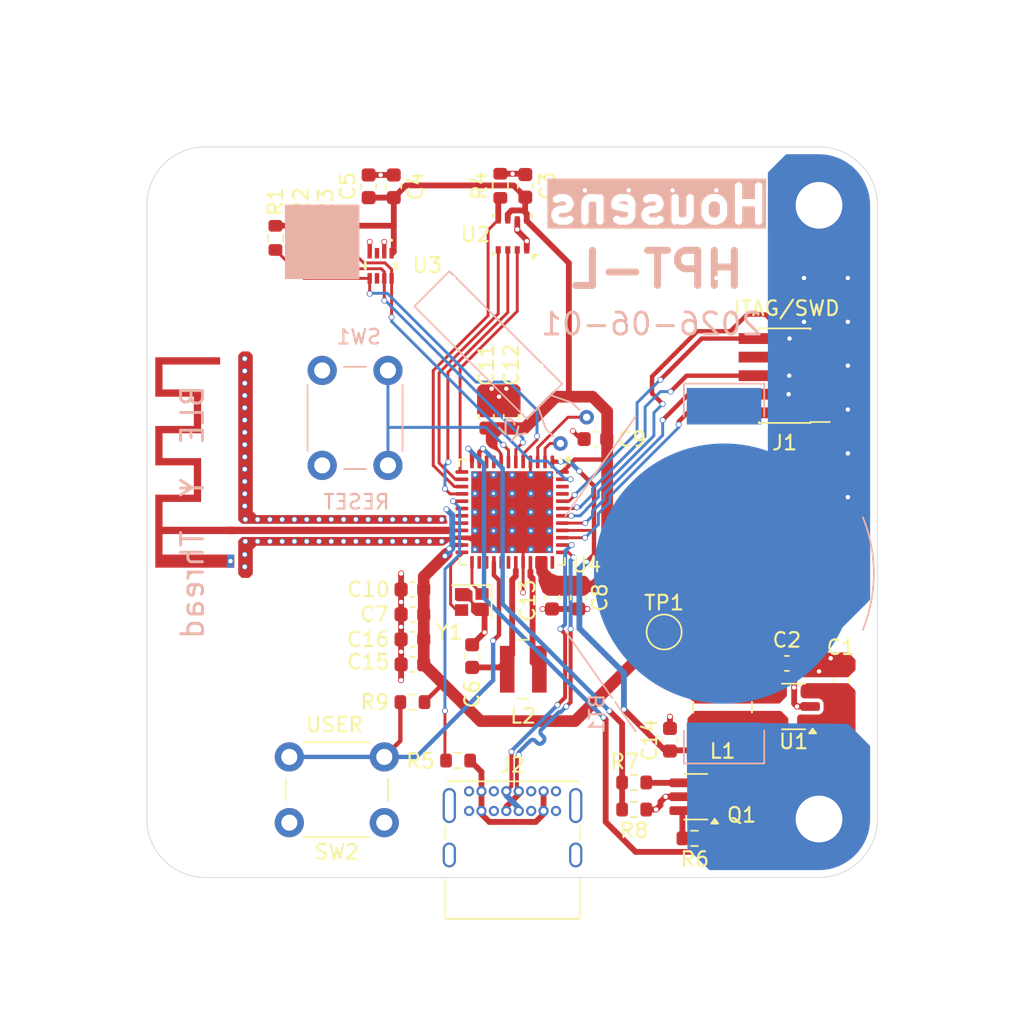
<source format=kicad_pcb>
(kicad_pcb (version 20240108) (generator "pcbnew") (generator_version "8.0")
  (title_block (title "Housens HTP-L") (date "2025-01-27") (rev "001"))
  (layers (0 "F.Cu" signal) (1 "In1.Cu" power) (2 "In2.Cu" power) (31 "B.Cu" signal) (34 "B.Paste" user) (35 "F.Paste" user) (36 "B.SilkS" user "B.Silkscreen") (37 "F.SilkS" user "F.Silkscreen") (38 "B.Mask" user) (39 "F.Mask" user) (44 "Edge.Cuts" user))
  (net 0 "")
  (net 1 "+BATT")
  (net 2 "GND")
  (net 3 "+1V8")
  (net 4 "Net-(U4-VFBSMPS)")
  (net 5 "Net-(U1-L_{X})")
  (net 6 "Net-(U4-VLXSMPS)")
  (net 7 "/I2C1_SCL")
  (net 8 "/I2C1_SDA")
  (net 9 "Net-(U4-NRST)")
  (net 10 "/SPI1_NSS")
  (net 11 "/SPI1_MOSI")
  (net 12 "/SPI1_CLK")
  (net 13 "/SPI1_MISO")
  (net 14 "Net-(U4-PC15)")
  (net 15 "Net-(Q1A-D)")
  (net 17 "Net-(U4-PC14)")
  (net 24 "Net-(AE1-A)")
  (net 25 "Net-(U4-OSC_IN)")
  (net 27 "Net-(U4-OSC_OUT)")
  (net 28 "/FUEL_CTL")
  (net 31 "Net-(Q1B-D)")
  (net 32 "/SWDIO_JTMS")
  (net 33 "/JTDI")
  (net 34 "/JTRST")
  (net 36 "/SWCLK_JTCK")
  (net 37 "/SWTRACE_JTDO")
  (net 39 "Net-(J2-VBUS-PadA4)")
  (net 40 "/USB_D_N")
  (net 41 "/USB_D_P")
  (net 43 "/OPT_INT")
  (net 44 "/USB_DETECT")
  (net 45 "/FUEL_ADC")
  (net 46 "/USER_BTN")
  (footprint "Resistor_SMD:R_0603_1608Metric" (layer "F.Cu") (at 93.35 123.5)
    (property "Reference" "R7")
    (property "Value" "24k")
  )
  (footprint "MountingHole:MountingHole_3.2mm_M3" (layer "F.Cu") (at 64 84)
    (property "Reference" "H1" (hide yes))
    (property "Value" "MountingHole_M3")
  )
  (footprint "Resistor_SMD:R_0603_1608Metric" (layer "F.Cu") (at 70.5 86.225 -90)
    (property "Reference" "R2")
    (property "Value" "10k")
  )
  (footprint "RF_Antenna:Texas_SWRA117D_2.4GHz_Right" (layer "F.Cu") (at 65.725 106.25 90)
    (property "Reference" "AE1" (hide yes))
    (property "Value" "2.4GHz")
  )
  (footprint "Capacitor_SMD:C_0603_1608Metric" (layer "F.Cu") (at 89.525 110.85 -90)
    (property "Reference" "C8")
    (property "Value" "100n")
  )
  (footprint "Capacitor_SMD:C_0603_1608Metric" (layer "F.Cu") (at 78.175 113.70625 180)
    (property "Reference" "C16")
    (property "Value" "100p")
  )
  (footprint "MountingHole:MountingHole_3.2mm_M3_DIN965_Pad" (layer "F.Cu") (at 106 84)
    (property "Reference" "H2" (hide yes))
    (property "Value" "MountingHole_Pad")
  )
  (footprint "Capacitor_SMD:C_0603_1608Metric" (layer "F.Cu") (at 78.175 115.41625 180)
    (property "Reference" "C15")
    (property "Value" "100n")
  )
  (footprint "Capacitor_SMD:C_0603_1608Metric" (layer "F.Cu") (at 107.5 116.5 90)
    (property "Reference" "C1")
    (property "Value" "4.7u")
  )
  (footprint "Imported:OPT3005DTSR" (layer "F.Cu") (at 76 88.14 -90)
    (property "Reference" "U3")
    (property "Value" "OPT3005" (hide yes))
  )
  (footprint "Capacitor_SMD:C_0603_1608Metric" (layer "F.Cu") (at 82.2625 114.85 90)
    (property "Reference" "C6")
    (property "Value" "4.7u")
  )
  (footprint "Crystal:Crystal_SMD_2016-4Pin_2.0x1.6mm" (layer "F.Cu") (at 82.2375 111.15 180)
    (property "Reference" "Y1")
    (property "Value" "32MHz")
  )
  (footprint "Resistor_SMD:R_0603_1608Metric" (layer "F.Cu") (at 72.2 86.225 -90)
    (property "Reference" "R3")
    (property "Value" "10k")
  )
  (footprint "Capacitor_SMD:C_0603_1608Metric" (layer "F.Cu") (at 76.9 82.7 90)
    (property "Reference" "C4")
    (property "Value" "100n")
  )
  (footprint "Invented:QFN-48-1EP_7x7mm_P0.5mm_EP5.6x5.6mm_ThermalVias_OneSided" (layer "F.Cu") (at 85 105 -90)
    (property "Reference" "U4")
    (property "Value" "STM32WB55CGUx")
  )
  (footprint "MountingHole:MountingHole_3.2mm_M3_DIN965_Pad" (layer "F.Cu") (at 106 126)
    (property "Reference" "H3" (hide yes))
    (property "Value" "MountingHole_Pad")
  )
  (footprint "Resistor_SMD:R_0603_1608Metric" (layer "F.Cu") (at 97.475 127.325 180)
    (property "Reference" "R6")
    (property "Value" "10k")
  )
  (footprint "Package_LGA:Bosch_LGA-8_2.5x2.5mm_P0.65mm_ClockwisePinNumbering" (layer "F.Cu") (at 85.025 86.025 180)
    (property "Reference" "U2")
    (property "Value" "BME280")
  )
  (footprint "Capacitor_SMD:C_0603_1608Metric" (layer "F.Cu") (at 83.2375 98.475 90)
    (property "Reference" "C11")
    (property "Value" "10n")
  )
  (footprint "Capacitor_SMD:C_0603_1608Metric" (layer "F.Cu") (at 103.8 115.35)
    (property "Reference" "C2")
    (property "Value" "4.7u")
  )
  (footprint "MountingHole:MountingHole_3.2mm_M3" (layer "F.Cu") (at 64 126)
    (property "Reference" "H4" (hide yes))
    (property "Value" "MountingHole_M3")
  )
  (footprint "Package_TO_SOT_SMD:SOT-23-5" (layer "F.Cu") (at 104.2625 118.3 180)
    (property "Reference" "U1")
    (property "Value" "MCP1603")
  )
  (footprint "Capacitor_SMD:C_0603_1608Metric" (layer "F.Cu") (at 90.7 100 180)
    (property "Reference" "C9")
    (property "Value" "100n")
  )
  (footprint "Capacitor_SMD:C_0603_1608Metric" (layer "F.Cu") (at 84.9375 98.475 90)
    (property "Reference" "C12")
    (property "Value" "1u")
  )
  (footprint "Capacitor_SMD:C_0603_1608Metric" (layer "F.Cu") (at 78.175 110.29375 180)
    (property "Reference" "C10")
    (property "Value" "4.7u")
  )
  (footprint "TestPoint:TestPoint_Pad_D2.0mm" (layer "F.Cu") (at 95.4 113.2)
    (property "Reference" "TP1")
    (property "Value" "TestPoint")
  )
  (footprint "Connector_PinHeader_1.27mm:PinHeader_2x05_P1.27mm_Vertical_SMD" (layer "F.Cu") (at 103.65 95.66 180)
    (property "Reference" "J1")
    (property "Value" "JTAG/SWD")
  )
  (footprint "Resistor_SMD:R_0603_1608Metric" (layer "F.Cu") (at 81.3 122)
    (property "Reference" "R5")
    (property "Value" "10k")
  )
  (footprint "Capacitor_SMD:C_0603_1608Metric" (layer "F.Cu") (at 95.8 120.575 90)
    (property "Reference" "C14")
    (property "Value" "100n")
  )
  (footprint "Package_TO_SOT_SMD:TSOT-23-6" (layer "F.Cu") (at 97.5625 124.475 180)
    (property "Reference" "Q1")
    (property "Value" "DMC3071LVT")
  )
  (footprint "Resistor_SMD:R_0603_1608Metric" (layer "F.Cu") (at 84.19 82.665 90)
    (property "Reference" "R4")
    (property "Value" "100k")
  )
  (footprint "Capacitor_SMD:C_0603_1608Metric" (layer "F.Cu") (at 87.725 110.85 -90)
    (property "Reference" "C13")
    (property "Value" "4.7u")
  )
  (footprint "Imported:L_Wuerth_WE-TPC-2811" (layer "F.Cu") (at 99.4 118.35 180)
    (property "Reference" "L1")
    (property "Value" "4.7u")
  )
  (footprint "Resistor_SMD:R_0603_1608Metric" (layer "F.Cu") (at 78.175 118 180)
    (property "Reference" "R9")
    (property "Value" "10k")
  )
  (footprint "Resistor_SMD:R_0603_1608Metric" (layer "F.Cu") (at 93.35 125.35 180)
    (property "Reference" "R8")
    (property "Value" "27k")
  )
  (footprint "Capacitor_SMD:C_0603_1608Metric" (layer "F.Cu") (at 78.175 111.99375 180)
    (property "Reference" "C7")
    (property "Value" "100n")
  )
  (footprint "Connector_USB:USB_C_Receptacle_GCT_USB4085" (layer "F.Cu") (at 82.05 124.1)
    (property "Reference" "J2")
    (property "Value" "USB_C_2.0")
  )
  (footprint "Resistor_SMD:R_0603_1608Metric" (layer "F.Cu") (at 68.8 86.23 -90)
    (property "Reference" "R1")
    (property "Value" "10k")
  )
  (footprint "Capacitor_SMD:C_0603_1608Metric" (layer "F.Cu") (at 75.175 82.7 90)
    (property "Reference" "C5")
    (property "Value" "100n")
  )
  (footprint "Button_Switch_THT:SW_PUSH_6mm" (layer "F.Cu") (at 76.25 126.25 180)
    (property "Reference" "SW2")
    (property "Value" "USER")
  )
  (footprint "Imported:L_Wuerth_WE-TPC-2811" (layer "F.Cu") (at 85.7625 115.75 90)
    (property "Reference" "L2")
    (property "Value" "2.2u")
  )
  (footprint "Capacitor_SMD:C_0603_1608Metric" (layer "F.Cu") (at 85.9 82.67 90)
    (property "Reference" "C3")
    (property "Value" "100n")
  )
  (footprint "Crystal:Crystal_AT310_D3.0mm_L10.0mm_Horizontal" (layer "B.Cu") (at 88.3 100.3 45)
    (property "Reference" "Y2")
    (property "Value" "32.768kHz")
  )
  (footprint "Invented:BAT-HLD-001_3Pins" (layer "B.Cu") (at 99.5 109.2 90)
    (property "Reference" "BT1")
    (property "Value" "CR2032" (hide yes))
  )
  (footprint "Button_Switch_THT:SW_PUSH_6mm" (layer "B.Cu") (at 72 95.3 -90)
    (property "Reference" "SW1")
    (property "Value" "RESET")
  )
  (gr_rect (start 69.5 84) (end 74.5 89) (stroke (width 0.1)) (fill solid) (layer "B.SilkS"))
  (gr_line (start 60 126) (end 60 84) (stroke (width 0.05)) (layer "Edge.Cuts"))
  (gr_arc (start 64 130) (mid 61.171573 128.828427) (end 60 126) (stroke (width 0.05)) (layer "Edge.Cuts"))
  (gr_arc (start 110 126) (mid 108.828427 128.828427) (end 106 130) (stroke (width 0.05)) (layer "Edge.Cuts"))
  (gr_line (start 64 80) (end 106 80) (stroke (width 0.05)) (layer "Edge.Cuts"))
  (gr_arc (start 60 84) (mid 61.171573 81.171573) (end 64 80) (stroke (width 0.05)) (layer "Edge.Cuts"))
  (gr_line (start 106 130) (end 64 130) (stroke (width 0.05)) (layer "Edge.Cuts"))
  (gr_arc (start 106 80) (mid 108.828427 81.171573) (end 110 84) (stroke (width 0.05)) (layer "Edge.Cuts"))
  (gr_line (start 110 84) (end 110 126) (stroke (width 0.05)) (layer "Edge.Cuts"))
  (gr_text "I" (at 64 103.35 90) (layer "B.SilkS") (effects (font (size 1.5 1.5) (thickness 0.2) (bold yes)) (justify bottom mirror)))
  (gr_text "${CURRENT_DATE}" (at 94.55 93 0) (layer "B.SilkS") (effects (font (size 1.5 1.5) (thickness 0.2) (bold yes)) (justify bottom mirror)))
  (gr_text "HPT-L" (at 94.95 89.8 0) (layer "B.SilkS") (effects (font (size 2.4 2.4) (thickness 0.48)) (justify bottom mirror)))
  (gr_text "Housens" (at 94.95 85.4 0) (layer "B.SilkS" knockout) (effects (font (size 2.4 2.4) (thickness 0.5) (bold yes)) (justify bottom mirror)))
  (gr_text "BLE  Y  Thread" (at 64 105 90) (layer "B.SilkS") (effects (font (size 1.5 1.5) (thickness 0.2) (bold yes)) (justify bottom mirror)))
  (segment (start 90.6 103.2) (end 89.6 102.2) (width 0.3) (layer "F.Cu") (net 1))
  (segment (start 105.4 120.85) (end 105.4 119.25) (width 0.4) (layer "F.Cu") (net 1))
  (segment (start 90.1 108.4) (end 90.6 107.9) (width 0.3) (layer "F.Cu") (net 1))
  (segment (start 92.65 118.5) (end 95.45 121.3) (width 0.4) (layer "F.Cu") (net 1))
  (segment (start 90.6 106.25) (end 88.4375 106.25) (width 0.2) (layer "F.Cu") (net 1))
  (segment (start 95.45 121.3) (end 104.95 121.3) (width 0.4) (layer "F.Cu") (net 1))
  (segment (start 88.33 101.54) (end 87.7725 101.54) (width 0.3) (layer "F.Cu") (net 1))
  (segment (start 90.6 107.9) (end 90.6 103.2) (width 0.3) (layer "F.Cu") (net 1))
  (segment (start 104.95 121.3) (end 105.4 120.85) (width 0.4) (layer "F.Cu") (net 1))
  (via (at 89.6 102.2) (size 0.4) (drill 0.3) (layers "F.Cu" "B.Cu") (remove_unused_layers yes) (net 1))
  (via (at 92.65 118.5) (size 0.4) (drill 0.3) (layers "F.Cu" "B.Cu") (remove_unused_layers yes) (net 1))
  (via (at 88.33 101.54) (size 0.4) (drill 0.3) (layers "F.Cu" "B.Cu") (remove_unused_layers yes) (net 1))
  (via (at 90.1 108.4) (size 0.4) (drill 0.3) (layers "F.Cu" "B.Cu") (remove_unused_layers yes) (net 1))
  (segment (start 89.6 112.952187) (end 92.65 116.002187) (width 0.4) (layer "B.Cu") (net 1))
  (segment (start 90.1 108.4) (end 89.6 108.9) (width 0.4) (layer "B.Cu") (net 1))
  (segment (start 92.65 116.002187) (end 92.65 118.5) (width 0.4) (layer "B.Cu") (net 1))
  (segment (start 89.6 102.2) (end 88.93 101.53) (width 0.3) (layer "B.Cu") (net 1))
  (segment (start 89.6 108.9) (end 89.6 112.952187) (width 0.4) (layer "B.Cu") (net 1))
  (segment (start 88.93 101.53) (end 88.34 101.53) (width 0.3) (layer "B.Cu") (net 1))
  (segment (start 88.34 101.53) (end 88.33 101.54) (width 0.3) (layer "B.Cu") (net 1))
  (segment (start 77.4 110.29375) (end 77.4 115.41625) (width 0.4) (layer "F.Cu") (net 2))
  (segment (start 87.075 111.625) (end 87.725 111.625) (width 0.3) (layer "F.Cu") (net 2))
  (segment (start 86 86.38) (end 85.35 85.73) (width 0.4) (layer "F.Cu") (net 2))
  (segment (start 88.9125 111.625) (end 87.725 111.625) (width 0.4) (layer "F.Cu") (net 2))
  (segment (start 83.1125 111.8) (end 83.1125 111.85) (width 0.2) (layer "F.Cu") (net 2))
  (segment (start 84.19 81.84) (end 85.845 81.84) (width 0.4) (layer "F.Cu") (net 2))
  (segment (start 95.15 125.05) (end 95.15 124.825) (width 0.4) (layer "F.Cu") (net 2))
  (segment (start 104.3 117) (end 104.3 116.5) (width 0.2) (layer "F.Cu") (net 2))
  (segment (start 85.35 85.73) (end 85.35 85.65) (width 0.4) (layer "F.Cu") (net 2))
  (segment (start 96.425 124.475) (end 95.5 124.475) (width 0.4) (layer "F.Cu") (net 2))
  (segment (start 83.25 106.75) (end 85 105) (width 0.2) (layer "F.Cu") (net 2))
  (segment (start 89.525 111.625) (end 89.4 111.625) (width 0.2) (layer "F.Cu") (net 2))
  (segment (start 77.4 115.41625) (end 77.4 116.5) (width 0.4) (layer "F.Cu") (net 2))
  (segment (start 95.8 119) (end 95.8 119.8) (width 0.4) (layer "F.Cu") (net 2))
  (segment (start 75.175 81.925) (end 76.9 81.925) (width 0.4) (layer "F.Cu") (net 2))
  (segment (start 103.92 96.93) (end 105.6 96.93) (width 0.6) (layer "F.Cu") (net 2))
  (segment (start 81.5625 106.75) (end 81.5125 106.8) (width 0.2) (layer "F.Cu") (net 2))
  (segment (start 103.96 95.66) (end 105.6 95.66) (width 0.6) (layer "F.Cu") (net 2))
  (segment (start 105.4 118.3) (end 104.5 118.3) (width 0.4) (layer "F.Cu") (net 2))
  (segment (start 105.6 96.93) (end 105.6 95.66) (width 0.6) (layer "F.Cu") (net 2))
  (segment (start 85.75 108.4375) (end 85.75 105.75) (width 0.2) (layer "F.Cu") (net 2))
  (segment (start 104.5 118.3) (end 104.3 118.1) (width 0.4) (layer "F.Cu") (net 2))
  (segment (start 88.9125 111.625) (end 90.15 111.625) (width 0.4) (layer "F.Cu") (net 2))
  (segment (start 104.3 118.1) (end 104.3 115.625) (width 0.4) (layer "F.Cu") (net 2))
  (segment (start 86.3 101.5125) (end 86.25 101.5625) (width 0.2) (layer "F.Cu") (net 2))
  (segment (start 80.545833 106.8) (end 80.345833 107) (width 0.2) (layer "F.Cu") (net 2))
  (segment (start 95.15 124.825) (end 95.5 124.475) (width 0.4) (layer "F.Cu") (net 2))
  (segment (start 89.15 99.45) (end 89.7 100) (width 0.3) (layer "F.Cu") (net 2))
  (segment (start 103.98 93.12) (end 105.6 93.12) (width 0.4) (layer "F.Cu") (net 2))
  (segment (start 86 86.45) (end 86 87.05) (width 0.4) (layer "F.Cu") (net 2))
  (segment (start 85.75 105.75) (end 85 105) (width 0.2) (layer "F.Cu") (net 2))
  (segment (start 86 86.45) (end 86 86.38) (width 0.4) (layer "F.Cu") (net 2))
  (segment (start 83.1125 113.225) (end 83.1125 111.85) (width 0.4) (layer "F.Cu") (net 2))
  (segment (start 85.75 108.4375) (end 85.75 110.5) (width 0.2) (layer "F.Cu") (net 2))
  (segment (start 87.725 111.625) (end 87.725 111.65) (width 0.2) (layer "F.Cu") (net 2))
  (segment (start 94.85 125.35) (end 94.175 125.35) (width 0.4) (layer "F.Cu") (net 2))
  (segment (start 85.845 81.84) (end 85.9 81.895) (width 0.4) (layer "F.Cu") (net 2))
  (segment (start 94.85 125.35) (end 95.15 125.05) (width 0.4) (layer "F.Cu") (net 2))
  (segment (start 83.1125 113.225) (end 82.2625 114.075) (width 0.4) (layer "F.Cu") (net 2))
  (segment (start 89.525 111.625) (end 88.9125 111.625) (width 0.4) (layer "F.Cu") (net 2))
  (segment (start 86.25 101.5625) (end 86.25 102.425) (width 0.2) (layer "F.Cu") (net 2))
  (segment (start 104.3 115.625) (end 104.575 115.35) (width 0.4) (layer "F.Cu") (net 2))
  (segment (start 76.25 87.28) (end 76.25 86.5) (width 0.3) (layer "F.Cu") (net 2))
  (segment (start 75.25 87.28) (end 75.25 86.5) (width 0.3) (layer "F.Cu") (net 2))
  (segment (start 86.25 102.425) (end 86.275 102.45) (width 0.2) (layer "F.Cu") (net 2))
  (segment (start 77.4 110.29375) (end 77.4 109.2) (width 0.4) (layer "F.Cu") (net 2))
  (segment (start 85.35 85.65) (end 85.35 85) (width 0.4) (layer "F.Cu") (net 2))
  (segment (start 81.5125 106.8) (end 80.545833 106.8) (width 0.2) (layer "F.Cu") (net 2))
  (segment (start 89.7 100) (end 89.925 100) (width 0.3) (layer "F.Cu") (net 2))
  (segment (start 81.5625 106.75) (end 83.25 106.75) (width 0.2) (layer "F.Cu") (net 2))
  (via (at 68.975 115.975) (size 0.4) (drill 0.3) (layers "F.Cu" "B.Cu") (remove_unused_layers yes) (zone_layer_connections "In1.Cu" "In2.Cu") (net 2))
  (via (at 73.461112 107) (size 0.4) (drill 0.3) (layers "F.Cu" "B.Cu") (net 2))
  (via (at 74.975 91.975) (size 0.4) (drill 0.3) (layers "F.Cu" "B.Cu") (remove_unused_layers yes) (zone_layer_connections "In1.Cu" "In2.Cu") (net 2))
  (via (at 68.975 118.975) (size 0.4) (drill 0.3) (layers "F.Cu" "B.Cu") (remove_unused_layers yes) (zone_layer_connections "In1.Cu" "In2.Cu") (net 2))
  (via (at 66.7 96.177778) (size 0.4) (drill 0.3) (layers "F.Cu" "B.Cu") (net 2))
  (via (at 95.975 85.975) (size 0.4) (drill 0.3) (layers "F.Cu" "B.Cu") (remove_unused_layers yes) (zone_layer_connections "In1.Cu" "In2.Cu") (net 2))
  (via (at 101.975 85.975) (size 0.4) (drill 0.3) (layers "F.Cu" "B.Cu") (remove_unused_layers yes) (zone_layer_connections "In1.Cu" "In2.Cu") (net 2))
  (via (at 79.9 118) (size 0.4) (drill 0.3) (layers "F.Cu" "B.Cu") (remove_unused_layers yes) (zone_layer_connections "In1.Cu" "In2.Cu") (net 2))
  (via (at 86.975 127.975) (size 0.4) (drill 0.3) (layers "F.Cu" "B.Cu") (remove_unused_layers yes) (zone_layer_connections "In1.Cu" "In2.Cu") (net 2))
  (via (at 80.183334 105.5) (size 0.4) (drill 0.3) (layers "F.Cu" "B.Cu") (net 2))
  (via (at 77.975 97.975) (size 0.4) (drill 0.3) (layers "F.Cu" "B.Cu") (remove_unused_layers yes) (zone_layer_connections "In1.Cu" "In2.Cu") (net 2))
  (via (at 106 115.9) (size 0.4) (drill 0.3) (layers "F.Cu" "B.Cu") (remove_unused_layers yes) (zone_layer_connections "F.Cu" "In1.Cu" "In2.Cu") (net 2))
  (via (at 103.98 93.12) (size 0.4) (drill 0.3) (layers "F.Cu" "B.Cu") (remove_unused_layers yes) (zone_layer_connections "In1.Cu" "In2.Cu" "B.Cu") (net 2))
  (via (at 68.975 109.975) (size 0.4) (drill 0.3) (layers "F.Cu" "B.Cu") (remove_unused_layers yes) (zone_layer_connections "In1.Cu" "In2.Cu") (net 2))
  (via (at 89.975 121.975) (size 0.4) (drill 0.3) (layers "F.Cu" "B.Cu") (remove_unused_layers yes) (zone_layer_connections "In1.Cu" "In2.Cu") (net 2))
  (via (at 77.975 103.975) (size 0.4) (drill 0.3) (layers "F.Cu" "B.Cu") (remove_unused_layers yes) (zone_layer_connections "In1.Cu" "In2.Cu") (net 2))
  (via (at 71.975 82.975) (size 0.4) (drill 0.3) (layers "F.Cu" "B.Cu") (remove_unused_layers yes) (zone_layer_connections "In1.Cu" "In2.Cu") (net 2))
  (via (at 68.975 100.975) (size 0.4) (drill 0.3) (layers "F.Cu" "B.Cu") (remove_unused_layers yes) (zone_layer_connections "In1.Cu" "In2.Cu") (net 2))
  (via (at 78.502778 107) (size 0.4) (drill 0.3) (layers "F.Cu" "B.Cu") (net 2))
  (via (at 84.1 97.1) (size 0.4) (drill 0.3) (layers "F.Cu" "B.Cu") (remove_unused_layers yes) (zone_layer_connections "F.Cu" "In1.Cu" "In2.Cu") (net 2))
  (via (at 106.8 115) (size 0.4) (drill 0.3) (layers "F.Cu" "B.Cu") (remove_unused_layers yes) (zone_layer_connections "F.Cu" "In1.Cu" "In2.Cu") (net 2))
  (via (at 68.975 82.975) (size 0.4) (drill 0.3) (layers "F.Cu" "B.Cu") (remove_unused_layers yes) (zone_layer_connections "In1.Cu" "In2.Cu") (net 2))
  (via (at 85.75 110.5) (size 0.4) (drill 0.3) (layers "F.Cu" "B.Cu") (remove_unused_layers yes) (zone_layer_connections "In1.Cu" "In2.Cu") (net 2))
  (via (at 107.975 100.975) (size 0.4) (drill 0.3) (layers "F.Cu" "B.Cu") (remove_unused_layers yes) (zone_layer_connections "In1.Cu" "In2.Cu" "B.Cu") (net 2))
  (via (at 68.975 112.975) (size 0.4) (drill 0.3) (layers "F.Cu" "B.Cu") (remove_unused_layers yes) (zone_layer_connections "In1.Cu" "In2.Cu") (net 2))
  (via (at 66.738889 105.5) (size 0.4) (drill 0.3) (layers "F.Cu" "B.Cu") (net 2))
  (via (at 68.975 88.975) (size 0.4) (drill 0.3) (layers "F.Cu" "B.Cu") (remove_unused_layers yes) (zone_layer_connections "In1.Cu" "In2.Cu") (net 2))
  (via (at 91.9 117.9) (size 0.4) (drill 0.3) (layers "F.Cu" "B.Cu") (remove_unused_layers yes) (zone_layer_connections "In1.Cu" "In2.Cu") (net 2))
  (via (at 68.975 91.975) (size 0.4) (drill 0.3) (layers "F.Cu" "B.Cu") (remove_unused_layers yes) (zone_layer_connections "In1.Cu" "In2.Cu") (net 2))
  (via (at 74.301389 107) (size 0.4) (drill 0.3) (layers "F.Cu" "B.Cu") (net 2))
  (via (at 66.7 94.497222) (size 0.4) (drill 0.3) (layers "F.Cu" "B.Cu") (net 2))
  (via (at 66.7 107.9) (size 0.4) (drill 0.3) (layers "F.Cu" "B.Cu") (net 2))
  (via (at 66.7 99.538889) (size 0.4) (drill 0.3) (layers "F.Cu" "B.Cu") (net 2))
  (via (at 92.975 88.975) (size 0.4) (drill 0.3) (layers "F.Cu" "B.Cu") (remove_unused_layers yes) (zone_layer_connections "In1.Cu" "In2.Cu") (net 2))
  (via (at 74.301389 105.5) (size 0.4) (drill 0.3) (layers "F.Cu" "B.Cu") (net 2))
  (via (at 66.7 103.740278) (size 0.4) (drill 0.3) (layers "F.Cu" "B.Cu") (net 2))
  (via (at 80.975 85.975) (size 0.4) (drill 0.3) (layers "F.Cu" "B.Cu") (remove_unused_layers yes) (zone_layer_connections "In1.Cu" "In2.Cu") (net 2))
  (via (at 75.141667 105.5) (size 0.4) (drill 0.3) (layers "F.Cu" "B.Cu") (net 2))
  (via (at 75.141667 107) (size 0.4) (drill 0.3) (layers "F.Cu" "B.Cu") (net 2))
  (via (at 66.7 102.059722) (size 0.4) (drill 0.3) (layers "F.Cu" "B.Cu") (net 2))
  (via (at 75.65 90.5) (size 0.4) (drill 0.3) (layers "F.Cu" "B.Cu") (remove_unused_layers yes) (zone_layer_connections "In1.Cu" "In2.Cu") (net 2))
  (via (at 77.4 109.2) (size 0.4) (drill 0.3) (layers "F.Cu" "B.Cu") (remove_unused_layers yes) (zone_layer_connections "In1.Cu" "In2.Cu") (net 2))
  (via (at 98.975 91.975) (size 0.4) (drill 0.3) (layers "F.Cu" "B.Cu") (remove_unused_layers yes) (zone_layer_connections "In1.Cu" "In2.Cu") (net 2))
  (via (at 71.975 91.975) (size 0.4) (drill 0.3) (layers "F.Cu" "B.Cu") (remove_unused_layers yes) (zone_layer_connections "In1.Cu" "In2.Cu") (net 2))
  (via (at 74.975 103.975) (size 0.4) (drill 0.3) (layers "F.Cu" "B.Cu") (remove_unused_layers yes) (zone_layer_connections "In1.Cu" "In2.Cu") (net 2))
  (via (at 66.7 102.9) (size 0.4) (drill 0.3) (layers "F.Cu" "B.Cu") (net 2))
  (via (at 68.975 97.975) (size 0.4) (drill 0.3) (layers "F.Cu" "B.Cu") (remove_unused_layers yes) (zone_layer_connections "In1.Cu" "In2.Cu") (net 2))
  (via (at 68.975 103.975) (size 0.4) (drill 0.3) (layers "F.Cu" "B.Cu") (remove_unused_layers yes) (zone_layer_connections "In1.Cu" "In2.Cu") (net 2))
  (via (at 83.975 94.975) (size 0.4) (drill 0.3) (layers "F.Cu" "B.Cu") (remove_unused_layers yes) (zone_layer_connections "In1.Cu" "In2.Cu") (net 2))
  (via (at 83.1125 113.225) (size 0.4) (drill 0.3) (layers "F.Cu" "B.Cu") (remove_unused_layers yes) (zone_layer_connections "In1.Cu" "In2.Cu") (net 2))
  (via (at 71.975 103.975) (size 0.4) (drill 0.3) (layers "F.Cu" "B.Cu") (remove_unused_layers yes) (zone_layer_connections "In1.Cu" "In2.Cu") (net 2))
  (via (at 66.7 97.018056) (size 0.4) (drill 0.3) (layers "F.Cu" "B.Cu") (net 2))
  (via (at 84.6 96.55) (size 0.4) (drill 0.3) (layers "F.Cu" "B.Cu") (remove_unused_layers yes) (zone_layer_connections "F.Cu" "In1.Cu" "In2.Cu") (net 2))
  (via (at 77.4 116.5) (size 0.4) (drill 0.3) (layers "F.Cu" "B.Cu") (remove_unused_layers yes) (zone_layer_connections "In1.Cu" "In2.Cu") (net 2))
  (via (at 92.975 91.975) (size 0.4) (drill 0.3) (layers "F.Cu" "B.Cu") (remove_unused_layers yes) (zone_layer_connections "In1.Cu" "In2.Cu") (net 2))
  (via (at 71.780556 107) (size 0.4) (drill 0.3) (layers "F.Cu" "B.Cu") (net 2))
  (via (at 92.975 85.975) (size 0.4) (drill 0.3) (layers "F.Cu" "B.Cu") (remove_unused_layers yes) (zone_layer_connections "In1.Cu" "In2.Cu") (net 2))
  (via (at 77.975 124.975) (size 0.4) (drill 0.3) (layers "F.Cu" "B.Cu") (remove_unused_layers yes) (zone_layer_connections "In1.Cu" "In2.Cu") (net 2))
  (via (at 79.343056 107) (size 0.4) (drill 0.3) (layers "F.Cu" "B.Cu") (net 2))
  (via (at 70.940278 105.5) (size 0.4) (drill 0.3) (layers "F.Cu" "B.Cu") (net 2))
  (via (at 74.975 112.975) (size 0.4) (drill 0.3) (layers "F.Cu" "B.Cu") (remove_unused_layers yes) (zone_layer_connections "In1.Cu" "In2.Cu") (net 2))
  (via (at 67.579167 105.5) (size 0.4) (drill 0.3) (layers "F.Cu" "B.Cu") (net 2))
  (via (at 98.975 82.975) (size 0.4) (drill 0.3) (layers "F.Cu" "B.Cu") (remove_unused_layers yes) (zone_layer_connections "In1.Cu" "In2.Cu") (net 2))
  (via (at 98.975 88.975) (size 0.4) (drill 0.3) (layers "F.Cu" "B.Cu") (remove_unused_layers yes) (zone_layer_connections "In1.Cu" "In2.Cu") (net 2))
  (via (at 103.96 95.66) (size 0.4) (drill 0.3) (layers "F.Cu" "B.Cu") (remove_unused_layers yes) (zone_layer_connections "In1.Cu" "In2.Cu" "B.Cu") (net 2))
  (via (at 95.975 82.975) (size 0.4) (drill 0.3) (layers "F.Cu" "B.Cu") (remove_unused_layers yes) (zone_layer_connections "In1.Cu" "In2.Cu") (net 2))
  (via (at 77.4 111.15) (size 0.4) (drill 0.3) (layers "F.Cu" "B.Cu") (remove_unused_layers yes) (zone_layer_connections "In1.Cu" "In2.Cu") (net 2))
  (via (at 71.975 127.975) (size 0.4) (drill 0.3) (layers "F.Cu" "B.Cu") (remove_unused_layers yes) (zone_layer_connections "In1.Cu" "In2.Cu") (net 2))
  (via (at 68.975 94.975) (size 0.4) (drill 0.3) (layers "F.Cu" "B.Cu") (remove_unused_layers yes) (zone_layer_connections "In1.Cu" "In2.Cu") (net 2))
  (via (at 80.975 88.975) (size 0.4) (drill 0.3) (layers "F.Cu" "B.Cu") (remove_unused_layers yes) (zone_layer_connections "In1.Cu" "In2.Cu") (net 2))
  (via (at 71.975 118.975) (size 0.4) (drill 0.3) (layers "F.Cu" "B.Cu") (remove_unused_layers yes) (zone_layer_connections "In1.Cu" "In2.Cu") (net 2))
  (via (at 88.11993 117.41993) (size 0.4) (drill 0.3) (layers "F.Cu" "B.Cu") (remove_unused_layers yes) (zone_layer_connections "In1.Cu" "In2.Cu") (net 2))
  (via (at 83.975 127.975) (size 0.4) (drill 0.3) (layers "F.Cu" "B.Cu") (remove_unused_layers yes) (zone_layer_connections "In1.Cu" "In2.Cu") (net 2))
  (via (at 93.3 118.2) (size 0.4) (drill 0.3) (layers "F.Cu" "B.Cu") (remove_unused_layers yes) (zone_layer_connections "In1.Cu" "In2.Cu") (net 2))
  (via (at 104.975 91.975) (size 0.4) (drill 0.3) (layers "F.Cu" "B.Cu") (remove_unused_layers yes) (zone_layer_connections "In1.Cu" "In2.Cu" "B.Cu") (net 2))
  (via (at 75.25 86.5) (size 0.4) (drill 0.3) (layers "F.Cu" "B.Cu") (remove_unused_layers yes) (zone_layer_connections "In1.Cu" "In2.Cu") (net 2))
  (via (at 77.6625 105.5) (size 0.4) (drill 0.3) (layers "F.Cu" "B.Cu") (net 2))
  (via (at 66.738889 107) (size 0.4) (drill 0.3) (layers "F.Cu" "B.Cu") (net 2))
  (via (at 76.822223 107) (size 0.4) (drill 0.3) (layers "F.Cu" "B.Cu") (net 2))
  (via (at 66.7 95.3375) (size 0.4) (drill 0.3) (layers "F.Cu" "B.Cu") (net 2))
  (via (at 80.183334 107) (size 0.4) (drill 0.3) (layers "F.Cu" "B.Cu") (net 2))
  (via (at 70.940278 107) (size 0.4) (drill 0.3) (layers "F.Cu" "B.Cu") (net 2))
  (via (at 68.419445 105.5) (size 0.4) (drill 0.3) (layers "F.Cu" "B.Cu") (net 2))
  (via (at 86.975 91.975) (size 0.4) (drill 0.3) (layers "F.Cu" "B.Cu") (remove_unused_layers yes) (zone_layer_connections "In1.Cu" "In2.Cu") (net 2))
  (via (at 89.975 82.975) (size 0.4) (drill 0.3) (layers "F.Cu" "B.Cu") (remove_unused_layers yes) (zone_layer_connections "In1.Cu" "In2.Cu") (net 2))
  (via (at 77.975 88.975) (size 0.4) (drill 0.3) (layers "F.Cu" "B.Cu") (remove_unused_layers yes) (zone_layer_connections "In1.Cu" "In2.Cu") (net 2))
  (via (at 76.295343 91.204657) (size 0.4) (drill 0.3) (layers "F.Cu" "B.Cu") (remove_unused_layers yes) (zone_layer_connections "In1.Cu" "In2.Cu") (net 2))
  (via (at 71.975 97.975) (size 0.4) (drill 0.3) (layers "F.Cu" "B.Cu") (remove_unused_layers yes) (zone_layer_connections "In1.Cu" "In2.Cu") (net 2))
  (via (at 79.343056 105.5) (size 0.4) (drill 0.3) (layers "F.Cu" "B.Cu") (net 2))
  (via (at 103.92 96.93) (size 0.4) (drill 0.3) (layers "F.Cu" "B.Cu") (remove_unused_layers yes) (zone_layer_connections "In1.Cu" "In2.Cu" "B.Cu") (net 2))
  (via (at 67.579167 107) (size 0.4) (drill 0.3) (layers "F.Cu" "B.Cu") (net 2))
  (via (at 107.975 103.975) (size 0.4) (drill 0.3) (layers "F.Cu" "B.Cu") (remove_unused_layers yes) (zone_layer_connections "In1.Cu" "In2.Cu" "B.Cu") (net 2))
  (via (at 95.975 91.975) (size 0.4) (drill 0.3) (layers "F.Cu" "B.Cu") (remove_unused_layers yes) (zone_layer_connections "In1.Cu" "In2.Cu") (net 2))
  (via (at 86.975 121.975) (size 0.4) (drill 0.3) (layers "F.Cu" "B.Cu") (remove_unused_layers yes) (zone_layer_connections "In1.Cu" "In2.Cu") (net 2))
  (via (at 95.5 124.475) (size 0.4) (drill 0.3) (layers "F.Cu" "B.Cu") (remove_unused_layers yes) (zone_layer_connections "In1.Cu" "In2.Cu") (net 2))
  (via (at 101.975 91.975) (size 0.4) (drill 0.3) (layers "F.Cu" "B.Cu") (remove_unused_layers yes) (zone_layer_connections "In1.Cu" "In2.Cu") (net 2))
  (via (at 77.4 112.85) (size 0.4) (drill 0.3) (layers "F.Cu" "B.Cu") (remove_unused_layers yes) (zone_layer_connections "In1.Cu" "In2.Cu") (net 2))
  (via (at 72.620834 105.5) (size 0.4) (drill 0.3) (layers "F.Cu" "B.Cu") (net 2))
  (via (at 89.5 113.65) (size 0.4) (drill 0.3) (layers "F.Cu" "B.Cu") (remove_unused_layers yes) (zone_layer_connections "In1.Cu" "In2.Cu") (net 2))
  (via (at 71.975 115.975) (size 0.4) (drill 0.3) (layers "F.Cu" "B.Cu") (remove_unused_layers yes) (zone_layer_connections "In1.Cu" "In2.Cu") (net 2))
  (via (at 66.7 101.219445) (size 0.4) (drill 0.3) (layers "F.Cu" "B.Cu") (net 2))
  (via (at 87.075 111.625) (size 0.4) (drill 0.3) (layers "F.Cu" "B.Cu") (remove_unused_layers yes) (zone_layer_connections "In1.Cu" "In2.Cu") (net 2))
  (via (at 66.7 104.580556) (size 0.4) (drill 0.3) (layers "F.Cu" "B.Cu") (net 2))
  (via (at 98.975 85.975) (size 0.4) (drill 0.3) (layers "F.Cu" "B.Cu") (remove_unused_layers yes) (zone_layer_connections "In1.Cu" "In2.Cu") (net 2))
  (via (at 71.975 109.975) (size 0.4) (drill 0.3) (layers "F.Cu" "B.Cu") (remove_unused_layers yes) (zone_layer_connections "In1.Cu" "In2.Cu") (net 2))
  (via (at 85.03 81.84) (size 0.4) (drill 0.3) (layers "F.Cu" "B.Cu") (remove_unused_layers yes) (zone_layer_connections "In1.Cu" "In2.Cu") (net 2))
  (via (at 71.780556 105.5) (size 0.4) (drill 0.3) (layers "F.Cu" "B.Cu") (net 2))
  (via (at 92.975 82.975) (size 0.4) (drill 0.3) (layers "F.Cu" "B.Cu") (remove_unused_layers yes) (zone_layer_connections "In1.Cu" "In2.Cu") (net 2))
  (via (at 86 86.45) (size 0.4) (drill 0.3) (layers "F.Cu" "B.Cu") (remove_unused_layers yes) (zone_layer_connections "In1.Cu" "In2.Cu") (net 2))
  (via (at 74.975 118.975) (size 0.4) (drill 0.3) (layers "F.Cu" "B.Cu") (remove_unused_layers yes) (zone_layer_connections "In1.Cu" "In2.Cu") (net 2))
  (via (at 70.1 105.5) (size 0.4) (drill 0.3) (layers "F.Cu" "B.Cu") (net 2))
  (via (at 66.7 108.740278) (size 0.4) (drill 0.3) (layers "F.Cu" "B.Cu") (net 2))
  (via (at 77.4 114.55) (size 0.4) (drill 0.3) (layers "F.Cu" "B.Cu") (remove_unused_layers yes) (zone_layer_connections "In1.Cu" "In2.Cu") (net 2))
  (via (at 107.975 91.975) (size 0.4) (drill 0.3) (layers "F.Cu" "B.Cu") (remove_unused_layers yes) (zone_layer_connections "In1.Cu" "In2.Cu" "B.Cu") (net 2))
  (via (at 66.7 98.698611) (size 0.4) (drill 0.3) (layers "F.Cu" "B.Cu") (net 2))
  (via (at 92.975 94.975) (size 0.4) (drill 0.3) (layers "F.Cu" "B.Cu") (remove_unused_layers yes) (zone_layer_connections "In1.Cu" "In2.Cu") (net 2))
  (via (at 107.975 94.975) (size 0.4) (drill 0.3) (layers "F.Cu" "B.Cu") (remove_unused_layers yes) (zone_layer_connections "In1.Cu" "In2.Cu" "B.Cu") (net 2))
  (via (at 95.8 119) (size 0.4) (drill 0.3) (layers "F.Cu" "B.Cu") (remove_unused_layers yes) (zone_layer_connections "In1.Cu" "In2.Cu") (net 2))
  (via (at 66.7 100.379167) (size 0.4) (drill 0.3) (layers "F.Cu" "B.Cu") (net 2))
  (via (at 104.5 118.3) (size 0.4) (drill 0.3) (layers "F.Cu" "B.Cu") (remove_unused_layers yes) (zone_layer_connections "In1.Cu" "In2.Cu") (net 2))
  (via (at 107.975 97.975) (size 0.4) (drill 0.3) (layers "F.Cu" "B.Cu") (remove_unused_layers yes) (zone_layer_connections "In1.Cu" "In2.Cu" "B.Cu") (net 2))
  (via (at 75.981945 107) (size 0.4) (drill 0.3) (layers "F.Cu" "B.Cu") (net 2))
  (via (at 76 81.925) (size 0.4) (drill 0.3) (layers "F.Cu" "B.Cu") (remove_unused_layers yes) (zone_layer_connections "In1.Cu" "In2.Cu") (net 2))
  (via (at 88.1 112.45) (size 0.4) (drill 0.3) (layers "F.Cu" "B.Cu") (remove_unused_layers yes) (zone_layer_connections "In1.Cu" "In2.Cu") (net 2))
  (via (at 85.35 85.65) (size 0.4) (drill 0.3) (layers "F.Cu" "B.Cu") (remove_unused_layers yes) (zone_layer_connections "In1.Cu" "In2.Cu") (net 2))
  (via (at 69.259723 105.5) (size 0.4) (drill 0.3) (layers "F.Cu" "B.Cu") (net 2))
  (via (at 74.975 115.975) (size 0.4) (drill 0.3) (layers "F.Cu" "B.Cu") (remove_unused_layers yes) (zone_layer_connections "In1.Cu" "In2.Cu") (net 2))
  (via (at 71.975 124.975) (size 0.4) (drill 0.3) (layers "F.Cu" "B.Cu") (remove_unused_layers yes) (zone_layer_connections "In1.Cu" "In2.Cu") (net 2))
  (via (at 101.975 82.975) (size 0.4) (drill 0.3) (layers "F.Cu" "B.Cu") (remove_unused_layers yes) (zone_layer_connections "In1.Cu" "In2.Cu") (net 2))
  (via (at 66.7 97.858333) (size 0.4) (drill 0.3) (layers "F.Cu" "B.Cu") (net 2))
  (via (at 80.368008 104.104095) (size 0.4) (drill 0.3) (layers "F.Cu" "B.Cu") (remove_unused_layers yes) (zone_layer_connections "In1.Cu" "In2.Cu") (net 2))
  (via (at 83.593199 96.55) (size 0.4) (drill 0.3) (layers "F.Cu" "B.Cu") (remove_unused_layers yes) (zone_layer_connections "F.Cu" "In1.Cu" "In2.Cu") (net 2))
  (via (at 89.15 99.45) (size 0.4) (drill 0.3) (layers "F.Cu" "B.Cu") (remove_unused_layers yes) (zone_layer_connections "In1.Cu" "In2.Cu") (net 2))
  (via (at 76.25 86.5) (size 0.4) (drill 0.3) (layers "F.Cu" "B.Cu") (remove_unused_layers yes) (zone_layer_connections "In1.Cu" "In2.Cu") (net 2))
  (via (at 77.6625 107) (size 0.4) (drill 0.3) (layers "F.Cu" "B.Cu") (net 2))
  (via (at 76.822223 105.5) (size 0.4) (drill 0.3) (layers "F.Cu" "B.Cu") (net 2))
  (via (at 71.975 112.975) (size 0.4) (drill 0.3) (layers "F.Cu" "B.Cu") (remove_unused_layers yes) (zone_layer_connections "In1.Cu" "In2.Cu") (net 2))
  (via (at 70.1 107) (size 0.4) (drill 0.3) (layers "F.Cu" "B.Cu") (net 2))
  (via (at 89.975 85.975) (size 0.4) (drill 0.3) (layers "F.Cu" "B.Cu") (remove_unused_layers yes) (zone_layer_connections "In1.Cu" "In2.Cu") (net 2))
  (via (at 74.975 97.975) (size 0.4) (drill 0.3) (layers "F.Cu" "B.Cu") (remove_unused_layers yes) (zone_layer_connections "In1.Cu" "In2.Cu") (net 2))
  (via (at 91.95 119.7) (size 0.4) (drill 0.3) (layers "F.Cu" "B.Cu") (remove_unused_layers yes) (zone_layer_connections "In1.Cu" "In2.Cu") (net 2))
  (via (at 75.981945 105.5) (size 0.4) (drill 0.3) (layers "F.Cu" "B.Cu") (net 2))
  (via (at 95.975 88.975) (size 0.4) (drill 0.3) (layers "F.Cu" "B.Cu") (remove_unused_layers yes) (zone_layer_connections "In1.Cu" "In2.Cu") (net 2))
  (via (at 68.975 127.975) (size 0.4) (drill 0.3) (layers "F.Cu" "B.Cu") (remove_unused_layers yes) (zone_layer_connections "In1.Cu" "In2.Cu") (net 2))
  (via (at 89.975 91.975) (size 0.4) (drill 0.3) (layers "F.Cu" "B.Cu") (remove_unused_layers yes) (zone_layer_connections "In1.Cu" "In2.Cu") (net 2))
  (via (at 94.85 125.35) (size 0.4) (drill 0.3) (layers "F.Cu" "B.Cu") (remove_unused_layers yes) (zone_layer_connections "In1.Cu" "In2.Cu") (net 2))
  (via (at 84.7 120.2) (size 0.4) (drill 0.3) (layers "F.Cu" "B.Cu") (remove_unused_layers yes) (zone_layer_connections "In1.Cu" "In2.Cu") (net 2))
  (via (at 107.975 88.975) (size 0.4) (drill 0.3) (layers "F.Cu" "B.Cu") (remove_unused_layers yes) (zone_layer_connections "In1.Cu" "In2.Cu" "B.Cu") (net 2))
  (via (at 86.975 88.975) (size 0.4) (drill 0.3) (layers "F.Cu" "B.Cu") (remove_unused_layers yes) (zone_layer_connections "In1.Cu" "In2.Cu") (net 2))
  (via (at 82.5 100.4) (size 0.4) (drill 0.3) (layers "F.Cu" "B.Cu") (remove_unused_layers yes) (zone_layer_connections "In1.Cu" "In2.Cu") (net 2))
  (via (at 80.975 91.975) (size 0.4) (drill 0.3) (layers "F.Cu" "B.Cu") (remove_unused_layers yes) (zone_layer_connections "In1.Cu" "In2.Cu") (net 2))
  (via (at 104.3 117) (size 0.4) (drill 0.3) (layers "F.Cu" "B.Cu") (remove_unused_layers yes) (zone_layer_connections "In1.Cu" "In2.Cu") (net 2))
  (via (at 101.975 88.975) (size 0.4) (drill 0.3) (layers "F.Cu" "B.Cu") (remove_unused_layers yes) (zone_layer_connections "In1.Cu" "In2.Cu") (net 2))
  (via (at 104.975 88.975) (size 0.4) (drill 0.3) (layers "F.Cu" "B.Cu") (remove_unused_layers yes) (zone_layer_connections "In1.Cu" "In2.Cu" "B.Cu") (net 2))
  (via (at 86.975 94.975) (size 0.4) (drill 0.3) (layers "F.Cu" "B.Cu") (remove_unused_layers yes) (zone_layer_connections "In1.Cu" "In2.Cu") (net 2))
  (via (at 68.419445 107) (size 0.4) (drill 0.3) (layers "F.Cu" "B.Cu") (net 2))
  (via (at 73.461112 105.5) (size 0.4) (drill 0.3) (layers "F.Cu" "B.Cu") (net 2))
  (via (at 90.15 111.625) (size 0.4) (drill 0.3) (layers "F.Cu" "B.Cu") (remove_unused_layers yes) (zone_layer_connections "In1.Cu" "In2.Cu") (net 2))
  (via (at 74.975 127.975) (size 0.4) (drill 0.3) (layers "F.Cu" "B.Cu") (remove_unused_layers yes) (zone_layer_connections "In1.Cu" "In2.Cu") (net 2))
  (via (at 77.975 127.975) (size 0.4) (drill 0.3) (layers "F.Cu" "B.Cu") (remove_unused_layers yes) (zone_layer_connections "In1.Cu" "In2.Cu") (net 2))
  (via (at 90.576777 119.083885) (size 0.4) (drill 0.3) (layers "F.Cu" "B.Cu") (remove_unused_layers yes) (zone_layer_connections "In1.Cu" "In2.Cu") (net 2))
  (via (at 77.975 85.975) (size 0.4) (drill 0.3) (layers "F.Cu" "B.Cu") (remove_unused_layers yes) (zone_layer_connections "In1.Cu" "In2.Cu") (net 2))
  (via (at 78.502778 105.5) (size 0.4) (drill 0.3) (layers "F.Cu" "B.Cu") (net 2))
  (via (at 74.975 109.975) (size 0.4) (drill 0.3) (layers "F.Cu" "B.Cu") (remove_unused_layers yes) (zone_layer_connections "In1.Cu" "In2.Cu") (net 2))
  (via (at 69.259723 107) (size 0.4) (drill 0.3) (layers "F.Cu" "B.Cu") (net 2))
  (via (at 89.975 94.975) (size 0.4) (drill 0.3) (layers "F.Cu" "B.Cu") (remove_unused_layers yes) (zone_layer_connections "In1.Cu" "In2.Cu") (net 2))
  (via (at 89.975 88.975) (size 0.4) (drill 0.3) (layers "F.Cu" "B.Cu") (remove_unused_layers yes) (zone_layer_connections "In1.Cu" "In2.Cu") (net 2))
  (via (at 89.487503 118) (size 0.4) (drill 0.3) (layers "F.Cu" "B.Cu") (remove_unused_layers yes) (zone_layer_connections "In1.Cu" "In2.Cu") (net 2))
  (via (at 72.620834 107) (size 0.4) (drill 0.3) (layers "F.Cu" "B.Cu") (net 2))
  (segment (start 89.3 119.3) (end 82.83375 119.3) (width 0.8) (layer "F.Cu") (net 3))
  (segment (start 85.9 83.445) (end 85.095 82.64) (width 0.4) (layer "F.Cu") (net 3))
  (segment (start 92.475 110.075) (end 95.6 113.2) (width 0.8) (layer "F.Cu") (net 3))
  (segment (start 95.4 113.2) (end 105.6 103) (width 0.8) (layer "F.Cu") (net 3))
  (segment (start 80.8 105.439386) (end 81.110614 105.75) (width 0.2) (layer "F.Cu") (net 3))
  (segment (start 78.95 109.410614) (end 80.525 107.835614) (width 0.8) (layer "F.Cu") (net 3))
  (segment (start 90.5 97.1) (end 88.88 97.1) (width 0.8) (layer "F.Cu") (net 3))
  (segment (start 76.9 87.18) (end 76.8 87.28) (width 0.4) (layer "F.Cu") (net 3))
  (segment (start 88.88 97.1) (end 88 97.1) (width 0.8) (layer "F.Cu") (net 3))
  (segment (start 90.6 110.075) (end 92.475 110.075) (width 0.8) (layer "F.Cu") (net 3))
  (segment (start 79 118) (end 80.266875 116.733125) (width 0.3) (layer "F.Cu") (net 3))
  (segment (start 84.1 99.25) (end 83.6 99.75) (width 0.8) (layer "F.Cu") (net 3))
  (segment (start 86 85) (end 86 85.07) (width 0.4) (layer "F.Cu") (net 3))
  (segment (start 85.89 84.48) (end 86 84.59) (width 0.4) (layer "F.Cu") (net 3))
  (segment (start 78.95 110.29375) (end 78.95 109.410614) (width 0.8) (layer "F.Cu") (net 3))
  (segment (start 85.095 82.64) (end 77.735 82.64) (width 0.4) (layer "F.Cu") (net 3))
  (segment (start 85.76 84.35) (end 86 84.59) (width 0.4) (layer "F.Cu") (net 3))
  (segment (start 80.266875 116.733125) (end 78.95 115.41625) (width 0.8) (layer "F.Cu") (net 3))
  (segment (start 81.110614 105.75) (end 81.5625 105.75) (width 0.2) (layer "F.Cu") (net 3))
  (segment (start 80.95 107.25) (end 80.7 107.5) (width 0.3) (layer "F.Cu") (net 3))
  (segment (start 78.95 115.41625) (end 78.95 110.29375) (width 0.8) (layer "F.Cu") (net 3))
  (segment (start 88 97.1) (end 85.85 99.25) (width 0.8) (layer "F.Cu") (net 3))
  (segment (start 81.5625 107.25) (end 80.95 107.25) (width 0.3) (layer "F.Cu") (net 3))
  (segment (start 88.88 87.95) (end 88.88 97.1) (width 0.4) (layer "F.Cu") (net 3))
  (segment (start 85.76 84.35) (end 84.96 84.35) (width 0.4) (layer "F.Cu") (net 3))
  (segment (start 84.7 85) (end 84.7 84.61) (width 0.4) (layer "F.Cu") (net 3))
  (segment (start 80.8 105.1) (end 80.8 105.439386) (width 0.2) (layer "F.Cu") (net 3))
  (segment (start 91.5 98.1) (end 90.5 97.1) (width 0.8) (layer "F.Cu") (net 3))
  (segment (start 81.110614 107.25) (end 81.5625 107.25) (width 0.25) (layer "F.Cu") (net 3))
  (segment (start 75.175 83.475) (end 76.9 83.475) (width 0.4) (layer "F.Cu") (net 3))
  (segment (start 95.6 113.2) (end 99.4 117) (width 0.8) (layer "F.Cu") (net 3))
  (segment (start 77.735 82.64) (end 76.9 83.475) (width 0.4) (layer "F.Cu") (net 3))
  (segment (start 105.6 103) (end 105.6 98.2) (width 0.8) (layer "F.Cu") (net 3))
  (segment (start 86 85.07) (end 88.88 87.95) (width 0.4) (layer "F.Cu") (net 3))
  (segment (start 95.4 113.2) (end 89.3 119.3) (width 0.8) (layer "F.Cu") (net 3))
  (segment (start 83.6 99.75) (end 83.6 100.118629) (width 0.8) (layer "F.Cu") (net 3))
  (segment (start 82.83375 119.3) (end 80.266875 116.733125) (width 0.8) (layer "F.Cu") (net 3))
  (segment (start 89.525 110.075) (end 90.6 110.075) (width 0.8) (layer "F.Cu") (net 3))
  (segment (start 85.89 83.445) (end 85.89 84.48) (width 0.4) (layer "F.Cu") (net 3))
  (segment (start 80.5 104.8) (end 80.8 105.1) (width 0.2) (layer "F.Cu") (net 3))
  (segment (start 84.1 99.25) (end 83.2375 99.25) (width 0.8) (layer "F.Cu") (net 3))
  (segment (start 91.5 109.175) (end 91.5 98.1) (width 0.8) (layer "F.Cu") (net 3))
  (segment (start 85.85 99.25) (end 84.1 99.25) (width 0.8) (layer "F.Cu") (net 3))
  (segment (start 90.6 110.075) (end 91.5 109.175) (width 0.8) (layer "F.Cu") (net 3))
  (segment (start 99.4 117) (end 99.4 117.25) (width 0.8) (layer "F.Cu") (net 3))
  (segment (start 76.9 83.475) (end 76.9 85.4) (width 0.4) (layer "F.Cu") (net 3))
  (segment (start 84.7 84.61) (end 84.96 84.35) (width 0.4) (layer "F.Cu") (net 3))
  (segment (start 76.9 85.4) (end 76.9 87.18) (width 0.4) (layer "F.Cu") (net 3))
  (segment (start 86 84.59) (end 86 85) (width 0.4) (layer "F.Cu") (net 3))
  (segment (start 88.4375 102.25) (end 89.2875 101.4) (width 0.3) (layer "F.Cu") (net 3))
  (segment (start 76.9 85.4) (end 68.85 85.4) (width 0.4) (layer "F.Cu") (net 3))
  (segment (start 89.2875 101.4) (end 91.425 101.4) (width 0.3) (layer "F.Cu") (net 3))
  (via (at 80.5 104.8) (size 0.4) (drill 0.3) (layers "F.Cu" "B.Cu") (remove_unused_layers yes) (net 3))
  (via (at 80.7 107.5) (size 0.4) (drill 0.3) (layers "F.Cu" "B.Cu") (remove_unused_layers yes) (net 3))
  (via (at 80.4 108) (size 0.4) (drill 0.3) (layers "F.Cu" "B.Cu") (remove_unused_layers yes) (net 3))
  (segment (start 80.9 105.2) (end 80.9 107.5) (width 0.4) (layer "B.Cu") (net 3))
  (segment (start 80.7 107.7) (end 80.7 107.5) (width 0.2) (layer "B.Cu") (net 3))
  (segment (start 80.7 107.5) (end 80.705307 107.505307) (width 0.2) (layer "B.Cu") (net 3))
  (segment (start 80.9 107.5) (end 80.4 108) (width 0.4) (layer "B.Cu") (net 3))
  (segment (start 80.5 104.8) (end 80.9 105.2) (width 0.4) (layer "B.Cu") (net 3))
  (segment (start 80.4 108) (end 80.7 107.7) (width 0.2) (layer "B.Cu") (net 3))
  (segment (start 85.25 108.975) (end 85.25 109.375) (width 0.4) (layer "F.Cu") (net 4))
  (segment (start 84.1375 115.625) (end 82.2625 115.625) (width 0.4) (layer "F.Cu") (net 4))
  (segment (start 85 109.625) (end 85 114.7625) (width 0.4) (layer "F.Cu") (net 4))
  (segment (start 85.25 109.375) (end 85 109.625) (width 0.4) (layer "F.Cu") (net 4))
  (segment (start 85 114.7625) (end 84.1375 115.625) (width 0.4) (layer "F.Cu") (net 4))
  (segment (start 86.4 109.525) (end 86.25 109.375) (width 0.4) (layer "F.Cu") (net 6))
  (segment (start 86.4 115.2875) (end 86.4 109.525) (width 0.4) (layer "F.Cu") (net 6))
  (segment (start 86.8625 115.75) (end 86.4 115.2875) (width 0.4) (layer "F.Cu") (net 6))
  (segment (start 86.25 109.375) (end 86.25 109.030806) (width 0.4) (layer "F.Cu") (net 6))
  (segment (start 85.75 101.011522) (end 85.75 101.5625) (width 0.2) (layer "F.Cu") (net 7))
  (segment (start 75.25 90.05) (end 75.25 89) (width 0.2) (layer "F.Cu") (net 7))
  (segment (start 86.7 100.061522) (end 85.75 101.011522) (width 0.2) (layer "F.Cu") (net 7))
  (segment (start 70.745 89) (end 68.8 87.055) (width 0.2) (layer "F.Cu") (net 7))
  (segment (start 86.7 99.8) (end 86.7 100.061522) (width 0.2) (layer "F.Cu") (net 7))
  (segment (start 75.25 89) (end 70.745 89) (width 0.2) (layer "F.Cu") (net 7))
  (via (at 86.7 99.8) (size 0.4) (drill 0.3) (layers "F.Cu" "B.Cu") (remove_unused_layers yes) (net 7))
  (via (at 75.25 90.05) (size 0.4) (drill 0.3) (layers "F.Cu" "B.Cu") (remove_unused_layers yes) (net 7))
  (segment (start 82.53419 96.1) (end 76.457107 90.022917) (width 0.2) (layer "B.Cu") (net 7))
  (segment (start 86.7 99.8) (end 86.7 98.013603) (width 0.2) (layer "B.Cu") (net 7))
  (segment (start 75.277083 90.022917) (end 75.25 90.05) (width 0.2) (layer "B.Cu") (net 7))
  (segment (start 86.7 98.013603) (end 84.786397 96.1) (width 0.2) (layer "B.Cu") (net 7))
  (segment (start 76.457107 90.022917) (end 75.277083 90.022917) (width 0.2) (layer "B.Cu") (net 7))
  (segment (start 84.786397 96.1) (end 82.53419 96.1) (width 0.2) (layer "B.Cu") (net 7))
  (segment (start 76.75 89) (end 76.75 88.39) (width 0.2) (layer "F.Cu") (net 8))
  (segment (start 74.84 87.94) (end 73.25 86.35) (width 0.2) (layer "F.Cu") (net 8))
  (segment (start 76.75 91.659314) (end 76.75 89) (width 0.2) (layer "F.Cu") (net 8))
  (segment (start 76.75 88.39) (end 76.3 87.94) (width 0.2) (layer "F.Cu") (net 8))
  (segment (start 76.3 87.94) (end 74.84 87.94) (width 0.2) (layer "F.Cu") (net 8))
  (segment (start 73.25 86.35) (end 71.2 86.35) (width 0.2) (layer "F.Cu") (net 8))
  (segment (start 71.2 86.35) (end 70.5 87.05) (width 0.2) (layer "F.Cu") (net 8))
  (segment (start 89 102.75) (end 88.4375 102.75) (width 0.2) (layer "F.Cu") (net 8))
  (via (at 76.75 91.659314) (size 0.4) (drill 0.3) (layers "F.Cu" "B.Cu") (remove_unused_layers yes) (net 8))
  (via (at 89 102.75) (size 0.4) (drill 0.3) (layers "F.Cu" "B.Cu") (remove_unused_layers yes) (net 8))
  (segment (start 76.75 91.95) (end 76.75 91.659314) (width 0.2) (layer "B.Cu") (net 8))
  (segment (start 88.65 102.75) (end 87.4 101.5) (width 0.2) (layer "B.Cu") (net 8))
  (segment (start 86.3 101.5) (end 76.75 91.95) (width 0.2) (layer "B.Cu") (net 8))
  (segment (start 87.4 101.5) (end 86.3 101.5) (width 0.2) (layer "B.Cu") (net 8))
  (segment (start 89 102.75) (end 88.65 102.75) (width 0.2) (layer "B.Cu") (net 8))
  (segment (start 84.75 100.75) (end 84.75 101.5625) (width 0.2) (layer "F.Cu") (net 9))
  (segment (start 84.4 100.4) (end 84.75 100.75) (width 0.2) (layer "F.Cu") (net 9))
  (via (at 84.4 100.4) (size 0.4) (drill 0.3) (layers "F.Cu" "B.Cu") (remove_unused_layers yes) (net 9))
  (segment (start 84.4 100.4) (end 83.2 99.2) (width 0.2) (layer "B.Cu") (net 9))
  (segment (start 76.5 95.3) (end 76.5 99.2) (width 0.2) (layer "B.Cu") (net 9))
  (segment (start 76.5 99.2) (end 76.5 101.8) (width 0.2) (layer "B.Cu") (net 9))
  (segment (start 83.2 99.2) (end 76.5 99.2) (width 0.2) (layer "B.Cu") (net 9))
  (segment (start 81.5625 102.25) (end 81.437501 102.125001) (width 0.2) (layer "F.Cu") (net 10))
  (segment (start 85.35 91.25) (end 85.35 87.05) (width 0.2) (layer "F.Cu") (net 10))
  (segment (start 81.437501 102.125001) (end 81.437501 95.162499) (width 0.2) (layer "F.Cu") (net 10))
  (segment (start 81.437501 95.162499) (end 85.35 91.25) (width 0.2) (layer "F.Cu") (net 10))
  (segment (start 80.75 103.75) (end 81.5625 103.75) (width 0.2) (layer "F.Cu") (net 11))
  (segment (start 80.6 101.532278) (end 80.6 95.434314) (width 0.2) (layer "F.Cu") (net 11))
  (segment (start 80.6 95.434314) (end 81.037501 94.996813) (width 0.2) (layer "F.Cu") (net 11))
  (segment (start 80.633861 101.566139) (end 80.6 101.532278) (width 0.2) (layer "F.Cu") (net 11))
  (segment (start 84.7 91.334315) (end 84.7 87.05) (width 0.2) (layer "F.Cu") (net 11))
  (segment (start 81.984315 94.05) (end 84.7 91.334315) (width 0.2) (layer "F.Cu") (net 11))
  (segment (start 80.4 103.4) (end 80.75 103.75) (width 0.2) (layer "F.Cu") (net 11))
  (segment (start 81.037501 94.996813) (end 81.984315 94.05) (width 0.2) (layer "F.Cu") (net 11))
  (via (at 80.633861 101.566139) (size 0.4) (drill 0.3) (layers "F.Cu" "B.Cu") (remove_unused_layers yes) (net 11))
  (via (at 80.4 103.4) (size 0.4) (drill 0.3) (layers "F.Cu" "B.Cu") (remove_unused_layers yes) (net 11))
  (segment (start 80.4 101.8) (end 80.4 103.4) (width 0.2) (layer "B.Cu") (net 11))
  (segment (start 80.633861 101.566139) (end 80.4 101.8) (width 0.2) (layer "B.Cu") (net 11))
  (segment (start 81.5625 102.75) (end 81.110614 102.75) (width 0.2) (layer "F.Cu") (net 12))
  (segment (start 80 95.468629) (end 84.05 91.418629) (width 0.2) (layer "F.Cu") (net 12))
  (segment (start 84.05 91.418629) (end 84.05 87.05) (width 0.2) (layer "F.Cu") (net 12))
  (segment (start 80 101.639386) (end 80 95.468629) (width 0.2) (layer "F.Cu") (net 12))
  (segment (start 81.110614 102.75) (end 80 101.639386) (width 0.2) (layer "F.Cu") (net 12))
  (segment (start 81.5625 103.25) (end 81.044928 103.25) (width 0.2) (layer "F.Cu") (net 13))
  (segment (start 81.044928 103.25) (end 79.6 101.805072) (width 0.2) (layer "F.Cu") (net 13))
  (segment (start 84.05 85) (end 84.05 83.62) (width 0.4) (layer "F.Cu") (net 13))
  (segment (start 83.351472 91.551471) (end 83.351472 85.698528) (width 0.2) (layer "F.Cu") (net 13))
  (segment (start 79.6 101.805072) (end 79.6 95.302943) (width 0.2) (layer "F.Cu") (net 13))
  (segment (start 83.351472 85.698528) (end 84.05 85) (width 0.2) (layer "F.Cu") (net 13))
  (segment (start 79.6 95.302943) (end 83.351472 91.551471) (width 0.2) (layer "F.Cu") (net 13))
  (segment (start 84.05 83.62) (end 84.18 83.49) (width 0.4) (layer "F.Cu") (net 13))
  (segment (start 88.823259 98.503949) (end 90.096051 98.503949) (width 0.2) (layer "F.Cu") (net 14))
  (segment (start 86.75 101.5625) (end 86.75 100.577208) (width 0.2) (layer "F.Cu") (net 14))
  (segment (start 86.75 100.577208) (end 88.823259 98.503949) (width 0.2) (layer "F.Cu") (net 14))
  (segment (start 96.65 125.65) (end 96.425 125.425) (width 0.4) (layer "F.Cu") (net 15))
  (segment (start 96.919474 125.425) (end 97.55 124.794474) (width 0.4) (layer "F.Cu") (net 15))
  (segment (start 97.55 124.180526) (end 98.205526 123.525) (width 0.4) (layer "F.Cu") (net 15))
  (segment (start 96.65 127.325) (end 96.65 125.65) (width 0.4) (layer "F.Cu") (net 15))
  (segment (start 96.425 125.425) (end 96.919474 125.425) (width 0.4) (layer "F.Cu") (net 15))
  (segment (start 98.205526 123.525) (end 98.7 123.525) (width 0.4) (layer "F.Cu") (net 15))
  (segment (start 97.55 124.794474) (end 97.55 124.180526) (width 0.4) (layer "F.Cu") (net 15))
  (segment (start 87.25 101.5625) (end 87.25 100.642894) (width 0.2) (layer "F.Cu") (net 17))
  (segment (start 87.592894 100.3) (end 88.3 100.3) (width 0.2) (layer "F.Cu") (net 17))
  (segment (start 87.25 100.642894) (end 87.592894 100.3) (width 0.2) (layer "F.Cu") (net 17))
  (segment (start 81.5625 106.25) (end 80.85 106.25) (width 0.2) (layer "F.Cu") (net 24))
  (segment (start 80.85 106.25) (end 65.725 106.25) (width 0.5) (layer "F.Cu") (net 24))
  (segment (start 82.25 109.9125) (end 82.9375 110.6) (width 0.2) (layer "F.Cu") (net 25))
  (segment (start 82.75 110.8125) (end 83.1125 110.45) (width 0.2) (layer "F.Cu") (net 25))
  (segment (start 82.25 108.4375) (end 82.25 109.9125) (width 0.2) (layer "F.Cu") (net 25))
  (segment (start 80.7875 108.6125) (end 81.5625 107.8375) (width 0.2) (layer "F.Cu") (net 27))
  (segment (start 81.1875 111.7) (end 80.7875 111.3) (width 0.2) (layer "F.Cu") (net 27))
  (segment (start 81.5375 111.7) (end 81.1875 111.7) (width 0.2) (layer "F.Cu") (net 27))
  (segment (start 80.7875 111.3) (end 80.7875 108.6125) (width 0.2) (layer "F.Cu") (net 27))
  (segment (start 81.5625 107.8375) (end 81.5625 107.75) (width 0.2) (layer "F.Cu") (net 27))
  (segment (start 91.4 126.2) (end 93.45 128.25) (width 0.4) (layer "F.Cu") (net 28))
  (segment (start 97.2 128.25) (end 97.45 128) (width 0.4) (layer "F.Cu") (net 28))
  (segment (start 97.45 126.675) (end 98.7 125.425) (width 0.4) (layer "F.Cu") (net 28))
  (segment (start 82.25 100.9) (end 82 100.65) (width 0.3) (layer "F.Cu") (net 28))
  (segment (start 82.25 101.5625) (end 82.25 100.9) (width 0.3) (layer "F.Cu") (net 28))
  (segment (start 91.25 119.05) (end 91.4 119.2) (width 0.4) (layer "F.Cu") (net 28))
  (segment (start 91.4 119.2) (end 91.4 126.2) (width 0.4) (layer "F.Cu") (net 28))
  (segment (start 97.45 128) (end 97.45 126.675) (width 0.4) (layer "F.Cu") (net 28))
  (segment (start 93.45 128.25) (end 97.2 128.25) (width 0.4) (layer "F.Cu") (net 28))
  (via (at 91.25 119.05) (size 0.4) (drill 0.3) (layers "F.Cu" "B.Cu") (remove_unused_layers yes) (net 28))
  (via (at 82 100.65) (size 0.4) (drill 0.3) (layers "F.Cu" "B.Cu") (remove_unused_layers yes) (net 28))
  (segment (start 83.075 101.725) (end 82 100.65) (width 0.3) (layer "B.Cu") (net 28))
  (segment (start 83.075 110.875) (end 83.075 101.725) (width 0.3) (layer "B.Cu") (net 28))
  (segment (start 91.25 119.05) (end 83.075 110.875) (width 0.3) (layer "B.Cu") (net 28))
  (segment (start 94.2 123.525) (end 94.175 123.5) (width 0.4) (layer "F.Cu") (net 31))
  (segment (start 96.425 123.525) (end 94.2 123.525) (width 0.4) (layer "F.Cu") (net 31))
  (segment (start 96.4 99) (end 96.4 98.8) (width 0.3) (layer "F.Cu") (net 32))
  (segment (start 97 98.2) (end 101.7 98.2) (width 0.3) (layer "F.Cu") (net 32))
  (segment (start 88.4375 106.75) (end 89.9875 106.75) (width 0.2) (layer "F.Cu") (net 32))
  (segment (start 96.4 98.8) (end 97 98.2) (width 0.3) (layer "F.Cu") (net 32))
  (via (at 96.4 99) (size 0.4) (drill 0.3) (layers "F.Cu" "B.Cu") (remove_unused_layers yes) (net 32))
  (via (at 89.9875 106.75) (size 0.4) (drill 0.3) (layers "F.Cu" "B.Cu") (remove_unused_layers yes) (net 32))
  (segment (start 91.7 103.9) (end 91.7 104.3) (width 0.2) (layer "B.Cu") (net 32))
  (segment (start 96.4 99) (end 96.4 99.2) (width 0.2) (layer "B.Cu") (net 32))
  (segment (start 96.4 99.2) (end 91.7 103.9) (width 0.2) (layer "B.Cu") (net 32))
  (segment (start 89.9875 106.75) (end 89.9875 106.7375) (width 0.2) (layer "B.Cu") (net 32))
  (segment (start 90.9 105.1) (end 90.9 105.8375) (width 0.2) (layer "B.Cu") (net 32))
  (segment (start 90.9 105.8375) (end 89.9875 106.75) (width 0.2) (layer "B.Cu") (net 32))
  (segment (start 91.7 104.3) (end 90.9 105.1) (width 0.2) (layer "B.Cu") (net 32))
  (segment (start 102.325 91.475) (end 103.25 92.4) (width 0.3) (layer "F.Cu") (net 33))
  (segment (start 94.573652 96.873652) (end 94.573652 95.715075) (width 0.3) (layer "F.Cu") (net 33))
  (segment (start 95.3 97.6) (end 94.573652 96.873652) (width 0.3) (layer "F.Cu") (net 33))
  (segment (start 88.4375 105.25) (end 89.05 105.25) (width 0.2) (layer "F.Cu") (net 33))
  (segment (start 103.25 92.4) (end 103.25 93.84) (width 0.3) (layer "F.Cu") (net 33))
  (segment (start 97.668727 92.62) (end 99.93 92.62) (width 0.3) (layer "F.Cu") (net 33))
  (segment (start 101.075 91.475) (end 102.325 91.475) (width 0.3) (layer "F.Cu") (net 33))
  (segment (start 103.25 93.84) (end 102.7 94.39) (width 0.3) (layer "F.Cu") (net 33))
  (segment (start 102.7 94.39) (end 101.7 94.39) (width 0.3) (layer "F.Cu") (net 33))
  (segment (start 99.93 92.62) (end 101.075 91.475) (width 0.3) (layer "F.Cu") (net 33))
  (segment (start 94.573652 95.715075) (end 97.668727 92.62) (width 0.3) (layer "F.Cu") (net 33))
  (via (at 89.05 105.25) (size 0.4) (drill 0.3) (layers "F.Cu" "B.Cu") (remove_unused_layers yes) (net 33))
  (via (at 95.3 97.6) (size 0.4) (drill 0.3) (layers "F.Cu" "B.Cu") (remove_unused_layers yes) (net 33))
  (segment (start 90.9 103.968628) (end 90.1 104.768628) (width 0.2) (layer "B.Cu") (net 33))
  (segment (start 90.1 104.8) (end 89.65 105.25) (width 0.2) (layer "B.Cu") (net 33))
  (segment (start 89.65 105.25) (end 89.05 105.25) (width 0.2) (layer "B.Cu") (net 33))
  (segment (start 90.9 103.568628) (end 90.9 103.968628) (width 0.2) (layer "B.Cu") (net 33))
  (segment (start 94.7 98.2) (end 94.7 99.768628) (width 0.2) (layer "B.Cu") (net 33))
  (segment (start 94.7 99.768628) (end 90.9 103.568628) (width 0.2) (layer "B.Cu") (net 33))
  (segment (start 95.3 97.6) (end 94.7 98.2) (width 0.2) (layer "B.Cu") (net 33))
  (segment (start 90.1 104.768628) (end 90.1 104.8) (width 0.2) (layer "B.Cu") (net 33))
  (segment (start 88.889386 104.25) (end 88.4375 104.25) (width 0.2) (layer "F.Cu") (net 34))
  (segment (start 97.972893 93.12) (end 101.7 93.12) (width 0.3) (layer "F.Cu") (net 34))
  (segment (start 89.274991 103.821445) (end 89.175 103.921436) (width 0.2) (layer "F.Cu") (net 34))
  (segment (start 95.15 95.942893) (end 97.972893 93.12) (width 0.3) (layer "F.Cu") (net 34))
  (segment (start 89.175 103.964386) (end 88.889386 104.25) (width 0.2) (layer "F.Cu") (net 34))
  (segment (start 89.175 103.921436) (end 89.175 103.964386) (width 0.2) (layer "F.Cu") (net 34))
  (via (at 89.274991 103.821445) (size 0.4) (drill 0.3) (layers "F.Cu" "B.Cu") (remove_unused_layers yes) (net 34))
  (via (at 95.15 95.942893) (size 0.4) (drill 0.3) (layers "F.Cu" "B.Cu") (remove_unused_layers yes) (net 34))
  (segment (start 93.55 99.546436) (end 89.274991 103.821445) (width 0.2) (layer "B.Cu") (net 34))
  (segment (start 95.15 95.942893) (end 95.123652 95.942893) (width 0.2) (layer "B.Cu") (net 34))
  (segment (start 95.123652 95.942893) (end 93.55 97.516545) (width 0.2) (layer "B.Cu") (net 34))
  (segment (start 93.55 97.516545) (end 93.55 99.546436) (width 0.2) (layer "B.Cu") (net 34))
  (segment (start 88.4375 105.75) (end 90 105.75) (width 0.2) (layer "F.Cu") (net 36))
  (segment (start 95.3 98.7) (end 97.07 96.93) (width 0.3) (layer "F.Cu") (net 36))
  (segment (start 97.07 96.93) (end 101.7 96.93) (width 0.3) (layer "F.Cu") (net 36))
  (via (at 90 105.75) (size 0.4) (drill 0.3) (layers "F.Cu" "B.Cu") (remove_unused_layers yes) (net 36))
  (via (at 95.3 98.7) (size 0.4) (drill 0.3) (layers "F.Cu" "B.Cu") (remove_unused_layers yes) (net 36))
  (segment (start 95.3 98.7) (end 95.3 99.734314) (width 0.2) (layer "B.Cu") (net 36))
  (segment (start 95.3 99.734314) (end 91.3 103.734314) (width 0.2) (layer "B.Cu") (net 36))
  (segment (start 91.3 103.734314) (end 91.3 104.134314) (width 0.2) (layer "B.Cu") (net 36))
  (segment (start 90.5 105.25) (end 90 105.75) (width 0.2) (layer "B.Cu") (net 36))
  (segment (start 91.3 104.134314) (end 90.5 104.934314) (width 0.2) (layer "B.Cu") (net 36))
  (segment (start 90.5 104.934314) (end 90.5 105.25) (width 0.2) (layer "B.Cu") (net 36))
  (segment (start 88.4375 104.75) (end 89.35 104.75) (width 0.2) (layer "F.Cu") (net 37))
  (segment (start 95.85 96.75) (end 96.94 95.66) (width 0.3) (layer "F.Cu") (net 37))
  (segment (start 89.35 104.75) (end 89.425 104.675) (width 0.2) (layer "F.Cu") (net 37))
  (segment (start 96.94 95.66) (end 101.7 95.66) (width 0.3) (layer "F.Cu") (net 37))
  (via (at 95.85 96.75) (size 0.4) (drill 0.3) (layers "F.Cu" "B.Cu") (remove_unused_layers yes) (net 37))
  (via (at 89.425 104.675) (size 0.4) (drill 0.3) (layers "F.Cu" "B.Cu") (remove_unused_layers yes) (net 37))
  (segment (start 94.1 97.8) (end 94.1 99.802942) (width 0.2) (layer "B.Cu") (net 37))
  (segment (start 95.85 96.75) (end 95.15 96.75) (width 0.2) (layer "B.Cu") (net 37))
  (segment (start 90.5 103.802942) (end 89.7 104.602942) (width 0.2) (layer "B.Cu") (net 37))
  (segment (start 90.5 103.402942) (end 90.5 103.802942) (width 0.2) (layer "B.Cu") (net 37))
  (segment (start 94.1 99.802942) (end 90.5 103.402942) (width 0.2) (layer "B.Cu") (net 37))
  (segment (start 89.7 104.634314) (end 89.659314 104.675) (width 0.2) (layer "B.Cu") (net 37))
  (segment (start 89.7 104.602942) (end 89.7 104.634314) (width 0.2) (layer "B.Cu") (net 37))
  (segment (start 89.659314 104.675) (end 89.425 104.675) (width 0.2) (layer "B.Cu") (net 37))
  (segment (start 95.15 96.75) (end 94.1 97.8) (width 0.2) (layer "B.Cu") (net 37))
  (segment (start 82.9 122.775) (end 82.125 122) (width 0.4) (layer "F.Cu") (net 39))
  (segment (start 82.9 124.1) (end 82.9 122.775) (width 0.4) (layer "F.Cu") (net 39))
  (segment (start 83.439339 126.2) (end 86.610661 126.2) (width 0.4) (layer "F.Cu") (net 39))
  (segment (start 87.15 124.1) (end 87.15 125.45) (width 0.4) (layer "F.Cu") (net 39))
  (segment (start 82.9 125.39) (end 82.9 125.600661) (width 0.4) (layer "F.Cu") (net 39))
  (segment (start 87.15 125.600661) (end 87.15 125.39) (width 0.4) (layer "F.Cu") (net 39))
  (segment (start 82.9 125.660661) (end 83.439339 126.2) (width 0.4) (layer "F.Cu") (net 39))
  (segment (start 82.9 124.1) (end 82.9 125.45) (width 0.4) (layer "F.Cu") (net 39))
  (segment (start 86.610661 126.2) (end 87.15 125.660661) (width 0.4) (layer "F.Cu") (net 39))
  (segment (start 85.325 121.750976) (end 85.325 123.975) (width 0.275) (layer "F.Cu") (net 40))
  (segment (start 89.000003 117.999997) (end 89.000003 113.325006) (width 0.275) (layer "F.Cu") (net 40))
  (segment (start 89 113.325003) (end 89 113) (width 0.275) (layer "F.Cu") (net 40))
  (segment (start 89.000003 113.325006) (end 89 113.325003) (width 0.275) (layer "F.Cu") (net 40))
  (segment (start 85.452599 121.623377) (end 85.325 121.750976) (width 0.275) (layer "F.Cu") (net 40))
  (segment (start 84.6 125.45) (end 84.6 125.160661) (width 0.4) (layer "F.Cu") (net 40))
  (segment (start 88.7 118.3) (end 89.000003 117.999997) (width 0.275) (layer "F.Cu") (net 40))
  (segment (start 88.85 107.75) (end 89.2 108.1) (width 0.2) (layer "F.Cu") (net 40))
  (segment (start 88.4375 107.75) (end 88.85 107.75) (width 0.2) (layer "F.Cu") (net 40))
  (segment (start 85.325 123.975) (end 85.45 124.1) (width 0.275) (layer "F.Cu") (net 40))
  (segment (start 84.6 125.160661) (end 85.45 124.310661) (width 0.4) (layer "F.Cu") (net 40))
  (segment (start 85.45 124.310661) (end 85.45 124.1) (width 0.4) (layer "F.Cu") (net 40))
  (via (at 89.2 108.1) (size 0.4) (drill 0.3) (layers "F.Cu" "B.Cu") (remove_unused_layers yes) (net 40))
  (via (at 89 113) (size 0.4) (drill 0.3) (layers "F.Cu" "B.Cu") (remove_unused_layers yes) (net 40))
  (via (at 85.452599 121.623377) (size 0.4) (drill 0.3) (layers "F.Cu" "B.Cu") (remove_unused_layers yes) (net 40))
  (via (at 88.7 118.3) (size 0.4) (drill 0.3) (layers "F.Cu" "B.Cu") (remove_unused_layers yes) (net 40))
  (segment (start 89 108.3) (end 89 113) (width 0.275) (layer "B.Cu") (net 40))
  (segment (start 86.997607 119.882719) (end 87.082461 119.797868) (width 0.275) (layer "B.Cu") (net 40))
  (segment (start 88.3125 118.6875) (end 88.7 118.3) (width 0.275) (layer "B.Cu") (net 40))
  (segment (start 87.060076 120.793717) (end 87.144928 120.708864) (width 0.275) (layer "B.Cu") (net 40))
  (segment (start 85.452599 121.623377) (end 85.452599 121.427731) (width 0.275) (layer "B.Cu") (net 40))
  (segment (start 87.533943 119.346387) (end 88.19283 118.6875) (width 0.275) (layer "B.Cu") (net 40))
  (segment (start 87.144928 120.369452) (end 86.997607 120.222131) (width 0.275) (layer "B.Cu") (net 40))
  (segment (start 85.452599 121.427731) (end 86.233933 120.646397) (width 0.275) (layer "B.Cu") (net 40))
  (segment (start 89.2 108.1) (end 89 108.3) (width 0.275) (layer "B.Cu") (net 40))
  (segment (start 86.573344 120.646397) (end 86.720664 120.793717) (width 0.275) (layer "B.Cu") (net 40))
  (segment (start 88.19283 118.6875) (end 88.3125 118.6875) (width 0.275) (layer "B.Cu") (net 40))
  (segment (start 87.082461 119.797868) (end 87.533943 119.346387) (width 0.275) (layer "B.Cu") (net 40))
  (arc (start 86.997607 120.222131) (mid 86.927312 120.052425) (end 86.997607 119.882719) (width 0.275) (layer "B.Cu") (net 40))
  (arc (start 86.720664 120.793717) (mid 86.89037 120.864012) (end 87.060076 120.793717) (width 0.275) (layer "B.Cu") (net 40))
  (arc (start 87.144928 120.708864) (mid 87.215223 120.539158) (end 87.144928 120.369452) (width 0.275) (layer "B.Cu") (net 40))
  (arc (start 86.233933 120.646397) (mid 86.403638 120.576103) (end 86.573344 120.646397) (width 0.275) (layer "B.Cu") (net 40))
  (segment (start 88.4375 107.25) (end 89.0625 107.25) (width 0.2) (layer "F.Cu") (net 41))
  (segment (start 84.95 123.75) (end 84.6 124.1) (width 0.275) (layer "F.Cu") (net 41))
  (segment (start 88.625002 113.325005) (end 88.299997 113) (width 0.275) (layer "F.Cu") (net 41))
  (segment (start 88.625002 117.674998) (end 88.625002 113.325005) (width 0.275) (layer "F.Cu") (net 41))
  (segment (start 84.95 121.4) (end 84.95 123.75) (width 0.275) (layer "F.Cu") (net 41))
  (segment (start 88.1 118.2) (end 88.625002 117.674998) (width 0.275) (layer "F.Cu") (net 41))
  (via (at 88.1 118.2) (size 0.4) (drill 0.3) (layers "F.Cu" "B.Cu") (remove_unused_layers yes) (net 41))
  (via (at 88.299997 113) (size 0.4) (drill 0.3) (layers "F.Cu" "B.Cu") (remove_unused_layers yes) (net 41))
  (via (at 89.0625 107.25) (size 0.4) (drill 0.3) (layers "F.Cu" "B.Cu") (remove_unused_layers yes) (net 41))
  (via (at 84.95 121.4) (size 0.4) (drill 0.3) (layers "F.Cu" "B.Cu") (remove_unused_layers yes) (net 41))
  (segment (start 84.6 124.389339) (end 85.45 125.239339) (width 0.4) (layer "B.Cu") (net 41))
  (segment (start 88.624999 112.674998) (end 88.299997 113) (width 0.275) (layer "B.Cu") (net 41))
  (segment (start 88.624999 107.675001) (end 88.624999 112.674998) (width 0.275) (layer "B.Cu") (net 41))
  (segment (start 89.05 107.25) (end 88.624999 107.675001) (width 0.275) (layer "B.Cu") (net 41))
  (segment (start 85.45 125.239339) (end 85.45 125.45) (width 0.4) (layer "B.Cu") (net 41))
  (segment (start 89.0625 107.25) (end 89.05 107.25) (width 0.275) (layer "B.Cu") (net 41))
  (segment (start 84.6 124.1) (end 84.6 124.389339) (width 0.4) (layer "B.Cu") (net 41))
  (segment (start 88.1 118.2) (end 84.95 121.35) (width 0.275) (layer "B.Cu") (net 41))
  (segment (start 84.95 121.35) (end 84.95 121.4) (width 0.275) (layer "B.Cu") (net 41))
  (segment (start 76.25 89) (end 76.25 88.55) (width 0.2) (layer "F.Cu") (net 43))
  (segment (start 85.735357 100.228249) (end 85.25 100.713606) (width 0.2) (layer "F.Cu") (net 43))
  (segment (start 85.25 100.713606) (end 85.25 101.5625) (width 0.2) (layer "F.Cu") (net 43))
  (segment (start 76.25 90.522917) (end 76.25 89) (width 0.2) (layer "F.Cu") (net 43))
  (segment (start 76.25 88.55) (end 76.04 88.34) (width 0.2) (layer "F.Cu") (net 43))
  (segment (start 76.04 88.34) (end 73.49 88.34) (width 0.2) (layer "F.Cu") (net 43))
  (segment (start 73.49 88.34) (end 72.2 87.05) (width 0.2) (layer "F.Cu") (net 43))
  (via (at 76.25 90.522917) (size 0.4) (drill 0.3) (layers "F.Cu" "B.Cu") (remove_unused_layers yes) (net 43))
  (via (at 85.735357 100.228249) (size 0.4) (drill 0.3) (layers "F.Cu" "B.Cu") (remove_unused_layers yes) (net 43))
  (segment (start 76.32071 90.522917) (end 76.25 90.522917) (width 0.2) (layer "B.Cu") (net 43))
  (segment (start 85.735357 100.228249) (end 85.735357 99.937564) (width 0.2) (layer "B.Cu") (net 43))
  (segment (start 85.735357 99.937564) (end 76.32071 90.522917) (width 0.2) (layer "B.Cu") (net 43))
  (segment (start 80.4 121.925) (end 80.475 122) (width 0.2) (layer "F.Cu") (net 44))
  (segment (start 81.5625 104.25) (end 80.95 104.25) (width 0.2) (layer "F.Cu") (net 44))
  (segment (start 80.4 118.6) (end 80.4 121.925) (width 0.2) (layer "F.Cu") (net 44))
  (via (at 80.95 104.25) (size 0.4) (drill 0.3) (layers "F.Cu" "B.Cu") (remove_unused_layers yes) (net 44))
  (via (at 80.4 118.6) (size 0.4) (drill 0.3) (layers "F.Cu" "B.Cu") (remove_unused_layers yes) (net 44))
  (segment (start 81.4 104.7) (end 81.4 107.9) (width 0.2) (layer "B.Cu") (net 44))
  (segment (start 80.4 108.9) (end 80.4 118.6) (width 0.2) (layer "B.Cu") (net 44))
  (segment (start 81.4 107.9) (end 80.4 108.9) (width 0.2) (layer "B.Cu") (net 44))
  (segment (start 80.95 104.25) (end 81.4 104.7) (width 0.2) (layer "B.Cu") (net 44))
  (segment (start 92.525 119.475) (end 92.525 123.5) (width 0.4) (layer "F.Cu") (net 45))
  (segment (start 82.75 100.9) (end 82.75 101.5625) (width 0.3) (layer "F.Cu") (net 45))
  (segment (start 91.65 118.6) (end 92.525 119.475) (width 0.4) (layer "F.Cu") (net 45))
  (segment (start 92.525 125.35) (end 92.525 123.5) (width 0.4) (layer "F.Cu") (net 45))
  (segment (start 83 100.65) (end 82.75 100.9) (width 0.3) (layer "F.Cu") (net 45))
  (via (at 83 100.65) (size 0.4) (drill 0.3) (layers "F.Cu" "B.Cu") (remove_unused_layers yes) (net 45))
  (via (at 91.65 118.6) (size 0.4) (drill 0.3) (layers "F.Cu" "B.Cu") (remove_unused_layers yes) (net 45))
  (segment (start 91.65 118.6) (end 84.35 111.3) (width 0.3) (layer "B.Cu") (net 45))
  (segment (start 84.35 111.3) (end 84.35 102) (width 0.3) (layer "B.Cu") (net 45))
  (segment (start 84.35 102) (end 83 100.65) (width 0.3) (layer "B.Cu") (net 45))
  (segment (start 84.1 113.4) (end 84.1 109.6625) (width 0.3) (layer "F.Cu") (net 46))
  (segment (start 84.1 109.6625) (end 83.75 109.3125) (width 0.3) (layer "F.Cu") (net 46))
  (segment (start 83.75 109.3125) (end 83.75 108.4375) (width 0.3) (layer "F.Cu") (net 46))
  (segment (start 83.7 113.8) (end 84.1 113.4) (width 0.3) (layer "F.Cu") (net 46))
  (segment (start 76.25 121.75) (end 77.35 120.65) (width 0.3) (layer "F.Cu") (net 46))
  (segment (start 77.35 120.65) (end 77.35 118) (width 0.3) (layer "F.Cu") (net 46))
  (via (at 83.7 113.8) (size 0.4) (drill 0.3) (layers "F.Cu" "B.Cu") (remove_unused_layers yes) (net 46))
  (segment (start 83.7 116.5) (end 78.45 121.75) (width 0.3) (layer "B.Cu") (net 46))
  (segment (start 83.7 113.8) (end 83.7 116.5) (width 0.3) (layer "B.Cu") (net 46))
  (segment (start 78.45 121.75) (end 69.75 121.75) (width 0.3) (layer "B.Cu") (net 46))
  (zone (net 2) (net_name "GND") (layer "F.Cu") (priority 12) (connect_pads yes (clearance 0.2)) (min_thickness 0.25) (fill yes (thermal_gap 0.5) (thermal_bridge_width 0.5) (smoothing chamfer) (radius 0.25))
    (polygon (pts (xy 82.6 96.25) (xy 82.6 98.5) (xy 85.575 98.5) (xy 85.575 96.25)))
  )
  (zone (net 2) (net_name "GND") (layer "F.Cu") (priority 9) (connect_pads (clearance 0.2)) (min_thickness 0.25) (fill yes (thermal_gap 0.5) (thermal_bridge_width 0.5) (smoothing chamfer) (radius 0.25))
    (polygon (pts (xy 66.25 109.5) (xy 67.25 109.5) (xy 67.25 107.3) (xy 80.85 107.3) (xy 80.85 106.7) (xy 66.25 106.7)))
  )
  (zone (net 2) (net_name "GND") (layer "F.Cu") (priority 9) (connect_pads (clearance 0.2)) (min_thickness 0.25) (fill yes (thermal_gap 0.5) (thermal_bridge_width 0.5) (smoothing chamfer) (radius 0.25))
    (polygon (pts (xy 66.25 105.8) (xy 80.8 105.8) (xy 80.8 105.2) (xy 67.25 105.2) (xy 67.25 94) (xy 66.25 94)))
  )
  (zone (net 1) (net_name "+BATT") (layer "F.Cu") (priority 4) (connect_pads thru_hole_only (clearance 0.25)) (min_thickness 0.5) (fill yes (thermal_gap 0.5) (thermal_bridge_width 0.5) (smoothing chamfer) (radius 0.5))
    (polygon (pts (xy 104.5 125.5) (xy 108.5 125.5) (xy 108.5 116.7) (xy 104.5 116.7)))
  )
  (zone (net 5) (net_name "Net-(U1-L_{X})") (layer "F.Cu") (priority 6) (connect_pads thru_hole_only (clearance 0)) (min_thickness 0.25) (fill yes (thermal_gap 0.5) (thermal_bridge_width 0.5) (smoothing chamfer) (radius 0.5))
    (polygon (pts (xy 97 118.6) (xy 103.9 118.6) (xy 103.9 120.8) (xy 97 120.8)))
  )
  (zone (net 3) (net_name "+1V8") (layer "F.Cu") (priority 5) (connect_pads thru_hole_only (clearance 0)) (min_thickness 0.25) (fill yes (thermal_gap 0.5) (thermal_bridge_width 0.5) (smoothing chamfer) (radius 0.5))
    (polygon (pts (xy 103.8 114.6) (xy 103.8 118.1) (xy 97 118.1) (xy 97 114.6)))
  )
  (zone (net 3) (net_name "+1V8") (layer "F.Cu") (priority 11) (connect_pads yes (clearance 0.2)) (min_thickness 0.25) (fill yes (thermal_gap 0.5) (thermal_bridge_width 0.5) (smoothing chamfer) (radius 0.25))
    (polygon (pts (xy 86.5 107.875) (xy 86.5 108.975) (xy 87.175 110.725) (xy 90.275 110.725) (xy 90.275 109.35) (xy 87.85 109.35) (xy 87.5 109) (xy 87.5 107.875)))
  )
  (zone (net 2) (net_name "GND") (layer "F.Cu") (priority 7) (connect_pads thru_hole_only (clearance 0)) (min_thickness 0.25) (fill yes (thermal_gap 0.5) (thermal_bridge_width 0.5) (smoothing chamfer) (radius 0.5))
    (polygon (pts (xy 108.5 116.3) (xy 108.5 114.6) (xy 104.1 114.6) (xy 104.1 116.3)))
  )
  (zone (net 2) (net_name "GND") (layer "F.Cu") (priority 8) (connect_pads yes (clearance 0)) (min_thickness 0.15) (fill yes (thermal_gap 0.5) (thermal_bridge_width 0.5))
    (polygon (pts (xy 81.1 110.2) (xy 81.1 111) (xy 82.5 112.1) (xy 83.4 112.1) (xy 83.4 111.3) (xy 82 110.2)))
  )
  (zone (net 3) (net_name "+1V8") (layer "F.Cu") (priority 17540) (connect_pads yes (clearance 0)) (min_thickness 0.0254) (fill yes (thermal_gap 0.5) (thermal_bridge_width 0.5))
    (polygon (pts (xy 83.6 100.058629) (xy 83.2 100.109879) (xy 83.2259 100.291259) (xy 83.2962 100.429694) (xy 83.3998 100.534633) (xy 83.5256 100.615524) (xy 83.6625 100.681816) (xy 83.7994 100.742958) (xy 83.9252 100.808399) (xy 84.0288 100.887587) (xy 84.0991 100.989971) (xy 84.125001 101.125) (xy 84.125001 101.5625) (xy 84.256157 101.576177) (xy 84.363982 101.511188) (xy 84.363982 101.073688) (xy 84.315252 100.975003) (xy 84.265228 100.887624) (xy 84.215422 100.807504) (xy 84.167348 100.730594) (xy 84.122518 100.652846) (xy 84.082447 100.570214) (xy 84.048646 100.478648) (xy 84.022629 100.374102) (xy 84.005909 100.252528) (xy 84 100.109879)))
  )
  (zone (net 2) (net_name "GND") (layer "F.Cu") (priority 10) (connect_pads yes (clearance 0.2)) (min_thickness 0.25) (fill yes (thermal_gap 0.5) (thermal_bridge_width 0.5) (smoothing fillet) (radius 0.25))
    (polygon (pts (xy 82.45 106.6) (xy 80.55 106.6) (xy 80.55 107.3) (xy 81 107) (xy 82.45 107)))
  )
  (zone (net 1) (net_name "+BATT") (layer "F.Cu") (priority 13) (connect_pads yes (clearance 0.2)) (min_thickness 0.25) (fill yes (thermal_gap 0.5) (thermal_bridge_width 0.5) (smoothing chamfer) (radius 0.3))
    (polygon (pts (xy 97.9 124.025) (xy 105.2 124.025) (xy 105.2 127.925) (xy 97.9 127.925)))
  )
  (zone (net 24) (net_name "Net-(AE1-A)") (layer "F.Cu") (priority 17540) (connect_pads yes (clearance 0)) (min_thickness 0.0254) (fill yes (thermal_gap 0.5) (thermal_bridge_width 0.5))
    (polygon (pts (xy 80.8125 106.25) (xy 80.84125 106.5) (xy 80.883728 106.4965) (xy 80.919129 106.487) (xy 80.948933 106.472999) (xy 80.974616 106.456) (xy 80.997659 106.4375) (xy 81.019538 106.419) (xy 81.041734 106.402) (xy 81.065723 106.388) (xy 81.092986 106.3785) (xy 81.125 106.375) (xy 81.5625 106.375) (xy 81.5775 106.25) (xy 81.5625 106.125) (xy 81.125 106.125) (xy 81.092986 106.1215) (xy 81.065723 106.112) (xy 81.041734 106.097999) (xy 81.019538 106.081) (xy 80.997659 106.0625) (xy 80.974616 106.044) (xy 80.948933 106.027) (xy 80.919129 106.013) (xy 80.883728 106.0035) (xy 80.84125 106)))
  )
  (zone (net 0) (net_name "") (layers "F.Cu" "In1.Cu" "In2.Cu" "B.Cu" "Edge.Cuts") (connect_pads (clearance 0)) (min_thickness 0.25)
    (keepout (tracks not_allowed) (vias allowed) (pads allowed) (copperpour not_allowed) (footprints allowed))
    (fill (thermal_gap 0.5) (thermal_bridge_width 0.5))
    (polygon (pts (xy 66.1 80) (xy 60 80) (xy 60 130) (xy 66.1 130) (xy 66.1 106.75) (xy 65.2 106.75) (xy 65.2 105.75) (xy 66.1 105.75)))
  )
  (zone (net 1) (net_name "+BATT") (layer "B.Cu") (priority 2) (connect_pads (clearance 0)) (min_thickness 0.25) (fill yes (thermal_gap 0.5) (thermal_bridge_width 0.5) (smoothing chamfer) (radius 2))
    (polygon (pts (xy 96.95 119.4) (xy 110 119.5) (xy 110 130) (xy 97 130)))
  )
  (zone (net 2) (net_name "GND") (layer "B.Cu") (priority 3) (connect_pads (clearance 0)) (min_thickness 0.25) (fill yes (thermal_gap 0.5) (thermal_bridge_width 0.5) (smoothing chamfer) (radius 3))
    (polygon (pts (xy 110 80) (xy 110 113.5) (xy 102.5 113.5) (xy 102.5 80)))
  )
)
</source>
